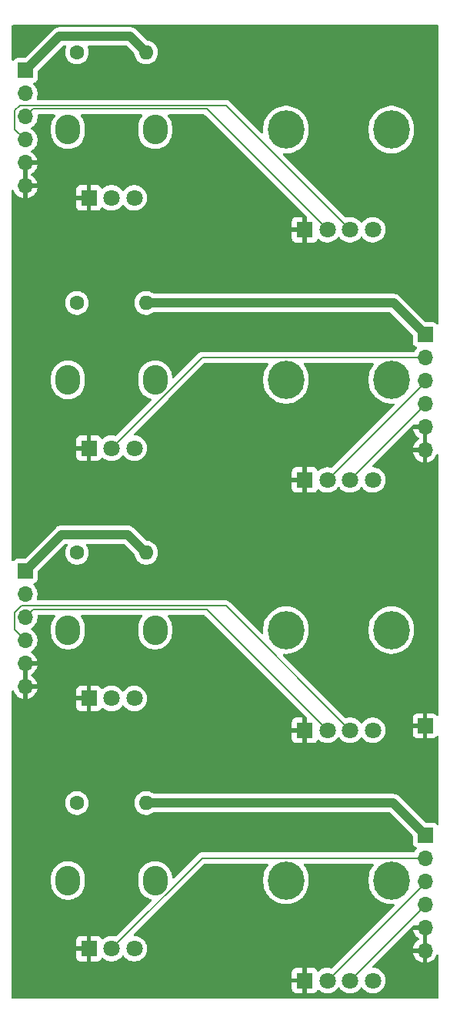
<source format=gtl>
%TF.GenerationSoftware,KiCad,Pcbnew,9.0.4*%
%TF.CreationDate,2025-10-04T20:25:53+02:00*%
%TF.ProjectId,DMH_VCA_Bank_PCB_2,444d485f-5643-4415-9f42-616e6b5f5043,1*%
%TF.SameCoordinates,Original*%
%TF.FileFunction,Copper,L1,Top*%
%TF.FilePolarity,Positive*%
%FSLAX46Y46*%
G04 Gerber Fmt 4.6, Leading zero omitted, Abs format (unit mm)*
G04 Created by KiCad (PCBNEW 9.0.4) date 2025-10-04 20:25:53*
%MOMM*%
%LPD*%
G01*
G04 APERTURE LIST*
%TA.AperFunction,ComponentPad*%
%ADD10O,4.000000X4.200000*%
%TD*%
%TA.AperFunction,ComponentPad*%
%ADD11C,1.800000*%
%TD*%
%TA.AperFunction,ComponentPad*%
%ADD12R,1.800000X1.800000*%
%TD*%
%TA.AperFunction,ComponentPad*%
%ADD13C,1.600000*%
%TD*%
%TA.AperFunction,ComponentPad*%
%ADD14O,1.600000X1.600000*%
%TD*%
%TA.AperFunction,ComponentPad*%
%ADD15O,2.720000X3.240000*%
%TD*%
%TA.AperFunction,ComponentPad*%
%ADD16R,1.700000X1.700000*%
%TD*%
%TA.AperFunction,ComponentPad*%
%ADD17O,1.700000X1.700000*%
%TD*%
%TA.AperFunction,Conductor*%
%ADD18C,1.000000*%
%TD*%
%TA.AperFunction,Conductor*%
%ADD19C,0.200000*%
%TD*%
G04 APERTURE END LIST*
D10*
%TO.P,RV7,*%
%TO.N,*%
X81700000Y-54500000D03*
D11*
X91250000Y-65500000D03*
D10*
X93300000Y-54500000D03*
D12*
%TO.P,RV7,1,1*%
%TO.N,GND*%
X83750000Y-65500000D03*
D11*
%TO.P,RV7,2,2*%
%TO.N,/Inputs and Outputs/CV Amt A Pot*%
X86250000Y-65500000D03*
%TO.P,RV7,3,3*%
%TO.N,/Inputs and Outputs/CV A Jack*%
X88750000Y-65500000D03*
%TD*%
D13*
%TO.P,R53,1*%
%TO.N,Net-(R53-Pad1)*%
X58690000Y-46000000D03*
D14*
%TO.P,R53,2*%
%TO.N,+12V*%
X66310000Y-46000000D03*
%TD*%
D10*
%TO.P,RV13,*%
%TO.N,*%
X81700000Y-137000000D03*
D11*
X91250000Y-148000000D03*
D10*
X93300000Y-137000000D03*
D12*
%TO.P,RV13,1,1*%
%TO.N,GND*%
X83750000Y-148000000D03*
D11*
%TO.P,RV13,2,2*%
%TO.N,/Inputs and Outputs/CV Amt D Pot*%
X86250000Y-148000000D03*
%TO.P,RV13,3,3*%
%TO.N,/Inputs and Outputs/CV D Jack*%
X88750000Y-148000000D03*
%TD*%
D13*
%TO.P,R56,1*%
%TO.N,Net-(R56-Pad1)*%
X58690000Y-128500000D03*
D14*
%TO.P,R56,2*%
%TO.N,+12V*%
X66310000Y-128500000D03*
%TD*%
D10*
%TO.P,RV9,*%
%TO.N,*%
X81700000Y-109500000D03*
D11*
X91250000Y-120500000D03*
D10*
X93300000Y-109500000D03*
D12*
%TO.P,RV9,1,1*%
%TO.N,GND*%
X83750000Y-120500000D03*
D11*
%TO.P,RV9,2,2*%
%TO.N,/Inputs and Outputs/CV Amt C Pot*%
X86250000Y-120500000D03*
%TO.P,RV9,3,3*%
%TO.N,/Inputs and Outputs/CV C Jack*%
X88750000Y-120500000D03*
%TD*%
D15*
%TO.P,RV5,*%
%TO.N,*%
X57700000Y-82000000D03*
X67300000Y-82000000D03*
D12*
%TO.P,RV5,1,1*%
%TO.N,GND*%
X60000000Y-89500000D03*
D11*
%TO.P,RV5,2,2*%
%TO.N,/Inputs and Outputs/Offset B Pot*%
X62500000Y-89500000D03*
%TO.P,RV5,3,3*%
%TO.N,Net-(R54-Pad1)*%
X65000000Y-89500000D03*
%TD*%
D16*
%TO.P,J0,1,Pin_1*%
%TO.N,GND*%
X97000000Y-120000000D03*
%TD*%
D15*
%TO.P,RV14,*%
%TO.N,*%
X57700000Y-137000000D03*
X67300000Y-137000000D03*
D12*
%TO.P,RV14,1,1*%
%TO.N,GND*%
X60000000Y-144500000D03*
D11*
%TO.P,RV14,2,2*%
%TO.N,/Inputs and Outputs/Offset D Pot*%
X62500000Y-144500000D03*
%TO.P,RV14,3,3*%
%TO.N,Net-(R56-Pad1)*%
X65000000Y-144500000D03*
%TD*%
D13*
%TO.P,R55,1*%
%TO.N,Net-(R55-Pad1)*%
X58690000Y-101000000D03*
D14*
%TO.P,R55,2*%
%TO.N,+12V*%
X66310000Y-101000000D03*
%TD*%
D10*
%TO.P,RV8,*%
%TO.N,*%
X81700000Y-82000000D03*
D11*
X91250000Y-93000000D03*
D10*
X93300000Y-82000000D03*
D12*
%TO.P,RV8,1,1*%
%TO.N,GND*%
X83750000Y-93000000D03*
D11*
%TO.P,RV8,2,2*%
%TO.N,/Inputs and Outputs/CV Amt B Pot*%
X86250000Y-93000000D03*
%TO.P,RV8,3,3*%
%TO.N,/Inputs and Outputs/CV B Jack*%
X88750000Y-93000000D03*
%TD*%
D15*
%TO.P,RV6,*%
%TO.N,*%
X57700000Y-109500000D03*
X67300000Y-109500000D03*
D12*
%TO.P,RV6,1,1*%
%TO.N,GND*%
X60000000Y-117000000D03*
D11*
%TO.P,RV6,2,2*%
%TO.N,/Inputs and Outputs/Offset C Pot*%
X62500000Y-117000000D03*
%TO.P,RV6,3,3*%
%TO.N,Net-(R55-Pad1)*%
X65000000Y-117000000D03*
%TD*%
D13*
%TO.P,R54,1*%
%TO.N,Net-(R54-Pad1)*%
X58690000Y-73550000D03*
D14*
%TO.P,R54,2*%
%TO.N,+12V*%
X66310000Y-73550000D03*
%TD*%
D15*
%TO.P,RV4,*%
%TO.N,*%
X57700000Y-54500000D03*
X67300000Y-54500000D03*
D12*
%TO.P,RV4,1,1*%
%TO.N,GND*%
X60000000Y-62000000D03*
D11*
%TO.P,RV4,2,2*%
%TO.N,/Inputs and Outputs/Offset A Pot*%
X62500000Y-62000000D03*
%TO.P,RV4,3,3*%
%TO.N,Net-(R53-Pad1)*%
X65000000Y-62000000D03*
%TD*%
D16*
%TO.P,J60,1,Pin_1*%
%TO.N,+12V*%
X97000000Y-77000000D03*
D17*
%TO.P,J60,2,Pin_2*%
%TO.N,/Inputs and Outputs/Offset B Pot*%
X97000000Y-79540000D03*
%TO.P,J60,3,Pin_3*%
%TO.N,/Inputs and Outputs/CV Amt B Pot*%
X97000000Y-82080000D03*
%TO.P,J60,4,Pin_4*%
%TO.N,/Inputs and Outputs/CV B Jack*%
X97000000Y-84620000D03*
%TO.P,J60,5,Pin_5*%
%TO.N,GND*%
X97000000Y-87160000D03*
%TO.P,J60,6,Pin_6*%
X97000000Y-89700000D03*
%TD*%
D16*
%TO.P,J70,1,Pin_1*%
%TO.N,+12V*%
X53000000Y-103000000D03*
D17*
%TO.P,J70,2,Pin_2*%
%TO.N,/Inputs and Outputs/Offset C Pot*%
X53000000Y-105540000D03*
%TO.P,J70,3,Pin_3*%
%TO.N,/Inputs and Outputs/CV Amt C Pot*%
X53000000Y-108080000D03*
%TO.P,J70,4,Pin_4*%
%TO.N,/Inputs and Outputs/CV C Jack*%
X53000000Y-110620000D03*
%TO.P,J70,5,Pin_5*%
%TO.N,GND*%
X53000000Y-113160000D03*
%TO.P,J70,6,Pin_6*%
X53000000Y-115700000D03*
%TD*%
D16*
%TO.P,J50,1,Pin_1*%
%TO.N,+12V*%
X53000000Y-48000000D03*
D17*
%TO.P,J50,2,Pin_2*%
%TO.N,/Inputs and Outputs/Offset A Pot*%
X53000000Y-50540000D03*
%TO.P,J50,3,Pin_3*%
%TO.N,/Inputs and Outputs/CV Amt A Pot*%
X53000000Y-53080000D03*
%TO.P,J50,4,Pin_4*%
%TO.N,/Inputs and Outputs/CV A Jack*%
X53000000Y-55620000D03*
%TO.P,J50,5,Pin_5*%
%TO.N,GND*%
X53000000Y-58160000D03*
%TO.P,J50,6,Pin_6*%
X53000000Y-60700000D03*
%TD*%
D16*
%TO.P,J80,1,Pin_1*%
%TO.N,+12V*%
X97000000Y-132000000D03*
D17*
%TO.P,J80,2,Pin_2*%
%TO.N,/Inputs and Outputs/Offset D Pot*%
X97000000Y-134540000D03*
%TO.P,J80,3,Pin_3*%
%TO.N,/Inputs and Outputs/CV Amt D Pot*%
X97000000Y-137080000D03*
%TO.P,J80,4,Pin_4*%
%TO.N,/Inputs and Outputs/CV D Jack*%
X97000000Y-139620000D03*
%TO.P,J80,5,Pin_5*%
%TO.N,GND*%
X97000000Y-142160000D03*
%TO.P,J80,6,Pin_6*%
X97000000Y-144700000D03*
%TD*%
D18*
%TO.N,+12V*%
X56750000Y-44250000D02*
X64560000Y-44250000D01*
X93500000Y-128500000D02*
X97000000Y-132000000D01*
X66310000Y-73550000D02*
X93550000Y-73550000D01*
X53000000Y-103000000D02*
X57000000Y-99000000D01*
X53000000Y-48000000D02*
X56750000Y-44250000D01*
X66250000Y-101000000D02*
X66310000Y-101000000D01*
X93550000Y-73550000D02*
X97000000Y-77000000D01*
X64250000Y-99000000D02*
X66250000Y-101000000D01*
X57000000Y-99000000D02*
X64250000Y-99000000D01*
X66310000Y-128500000D02*
X93500000Y-128500000D01*
X64560000Y-44250000D02*
X66310000Y-46000000D01*
D19*
%TO.N,/Inputs and Outputs/CV Amt D Pot*%
X97000000Y-137250000D02*
X97000000Y-137080000D01*
X86250000Y-148000000D02*
X97000000Y-137250000D01*
%TO.N,/Inputs and Outputs/Offset D Pot*%
X72460000Y-134540000D02*
X97000000Y-134540000D01*
X62500000Y-144500000D02*
X72460000Y-134540000D01*
%TO.N,/Inputs and Outputs/CV D Jack*%
X97000000Y-139750000D02*
X97000000Y-139620000D01*
X88750000Y-148000000D02*
X97000000Y-139750000D01*
%TO.N,/Inputs and Outputs/CV A Jack*%
X51849000Y-54469000D02*
X51849000Y-52365240D01*
X52385240Y-51829000D02*
X75079000Y-51829000D01*
X53000000Y-55620000D02*
X51849000Y-54469000D01*
X75079000Y-51829000D02*
X88750000Y-65500000D01*
X51849000Y-52365240D02*
X52385240Y-51829000D01*
%TO.N,/Inputs and Outputs/CV B Jack*%
X97000000Y-84750000D02*
X97000000Y-84620000D01*
X88750000Y-93000000D02*
X97000000Y-84750000D01*
%TO.N,/Inputs and Outputs/CV C Jack*%
X51849000Y-107603240D02*
X52623240Y-106829000D01*
X51849000Y-109469000D02*
X51849000Y-107603240D01*
X52623240Y-106829000D02*
X75079000Y-106829000D01*
X53000000Y-110620000D02*
X51849000Y-109469000D01*
X75079000Y-106829000D02*
X88750000Y-120500000D01*
%TO.N,/Inputs and Outputs/Offset B Pot*%
X72460000Y-79540000D02*
X97000000Y-79540000D01*
X62500000Y-89500000D02*
X72460000Y-79540000D01*
%TO.N,/Inputs and Outputs/CV Amt A Pot*%
X72980000Y-52230000D02*
X86250000Y-65500000D01*
X53850000Y-52230000D02*
X72980000Y-52230000D01*
X53000000Y-53080000D02*
X53850000Y-52230000D01*
%TO.N,/Inputs and Outputs/CV Amt B Pot*%
X97000000Y-82250000D02*
X97000000Y-82080000D01*
X86250000Y-93000000D02*
X97000000Y-82250000D01*
%TO.N,/Inputs and Outputs/CV Amt C Pot*%
X53850000Y-107230000D02*
X72980000Y-107230000D01*
X72980000Y-107230000D02*
X86250000Y-120500000D01*
X53000000Y-108080000D02*
X53850000Y-107230000D01*
%TD*%
%TA.AperFunction,Conductor*%
%TO.N,GND*%
G36*
X98442539Y-43020185D02*
G01*
X98488294Y-43072989D01*
X98499500Y-43124500D01*
X98499500Y-75809897D01*
X98479815Y-75876936D01*
X98427011Y-75922691D01*
X98357853Y-75932635D01*
X98294297Y-75903610D01*
X98276234Y-75884208D01*
X98207547Y-75792455D01*
X98207544Y-75792452D01*
X98092335Y-75706206D01*
X98092328Y-75706202D01*
X97957482Y-75655908D01*
X97957483Y-75655908D01*
X97897883Y-75649501D01*
X97897881Y-75649500D01*
X97897873Y-75649500D01*
X97897865Y-75649500D01*
X97115782Y-75649500D01*
X97048743Y-75629815D01*
X97028101Y-75613181D01*
X94331479Y-72916559D01*
X94331459Y-72916537D01*
X94187785Y-72772863D01*
X94187781Y-72772860D01*
X94023920Y-72663371D01*
X94023911Y-72663366D01*
X93951315Y-72633296D01*
X93895165Y-72610038D01*
X93841836Y-72587949D01*
X93841832Y-72587948D01*
X93841828Y-72587946D01*
X93745188Y-72568724D01*
X93648544Y-72549500D01*
X93648541Y-72549500D01*
X67185762Y-72549500D01*
X67118723Y-72529815D01*
X67112877Y-72525818D01*
X66991613Y-72437715D01*
X66991612Y-72437714D01*
X66991610Y-72437713D01*
X66934653Y-72408691D01*
X66809223Y-72344781D01*
X66614534Y-72281522D01*
X66439995Y-72253878D01*
X66412352Y-72249500D01*
X66207648Y-72249500D01*
X66183329Y-72253351D01*
X66005465Y-72281522D01*
X65810776Y-72344781D01*
X65628386Y-72437715D01*
X65462786Y-72558028D01*
X65318028Y-72702786D01*
X65197715Y-72868386D01*
X65104781Y-73050776D01*
X65041522Y-73245465D01*
X65009500Y-73447648D01*
X65009500Y-73652351D01*
X65041522Y-73854534D01*
X65104781Y-74049223D01*
X65197715Y-74231613D01*
X65318028Y-74397213D01*
X65462786Y-74541971D01*
X65617749Y-74654556D01*
X65628390Y-74662287D01*
X65744607Y-74721503D01*
X65810776Y-74755218D01*
X65810778Y-74755218D01*
X65810781Y-74755220D01*
X65915137Y-74789127D01*
X66005465Y-74818477D01*
X66106557Y-74834488D01*
X66207648Y-74850500D01*
X66207649Y-74850500D01*
X66412351Y-74850500D01*
X66412352Y-74850500D01*
X66614534Y-74818477D01*
X66809219Y-74755220D01*
X66991610Y-74662287D01*
X67112877Y-74574181D01*
X67178683Y-74550702D01*
X67185762Y-74550500D01*
X93084218Y-74550500D01*
X93151257Y-74570185D01*
X93171899Y-74586819D01*
X95613181Y-77028101D01*
X95646666Y-77089424D01*
X95649500Y-77115782D01*
X95649500Y-77897870D01*
X95649501Y-77897876D01*
X95655908Y-77957483D01*
X95706202Y-78092328D01*
X95706206Y-78092335D01*
X95792452Y-78207544D01*
X95792455Y-78207547D01*
X95907664Y-78293793D01*
X95907671Y-78293797D01*
X96039082Y-78342810D01*
X96095016Y-78384681D01*
X96119433Y-78450145D01*
X96104582Y-78518418D01*
X96083431Y-78546673D01*
X95969889Y-78660215D01*
X95844948Y-78832184D01*
X95844947Y-78832185D01*
X95824765Y-78871795D01*
X95776791Y-78922591D01*
X95714281Y-78939500D01*
X72539057Y-78939500D01*
X72380943Y-78939500D01*
X72228215Y-78980423D01*
X72228214Y-78980423D01*
X72228212Y-78980424D01*
X72228209Y-78980425D01*
X72178096Y-79009359D01*
X72178095Y-79009360D01*
X72134689Y-79034420D01*
X72091285Y-79059479D01*
X72091282Y-79059481D01*
X69372181Y-81778583D01*
X69310858Y-81812068D01*
X69241166Y-81807084D01*
X69185233Y-81765212D01*
X69160816Y-81699748D01*
X69160500Y-81690902D01*
X69160500Y-81618062D01*
X69160499Y-81618048D01*
X69150457Y-81541773D01*
X69128666Y-81376256D01*
X69065544Y-81140679D01*
X68972212Y-80915356D01*
X68972210Y-80915353D01*
X68972208Y-80915348D01*
X68850272Y-80704151D01*
X68850268Y-80704144D01*
X68701799Y-80510655D01*
X68701794Y-80510649D01*
X68529350Y-80338205D01*
X68529343Y-80338199D01*
X68335864Y-80189738D01*
X68335862Y-80189736D01*
X68335856Y-80189732D01*
X68335851Y-80189729D01*
X68335848Y-80189727D01*
X68124651Y-80067791D01*
X68124640Y-80067786D01*
X67899330Y-79974459D01*
X67899323Y-79974457D01*
X67899321Y-79974456D01*
X67663744Y-79911334D01*
X67623333Y-79906013D01*
X67421951Y-79879500D01*
X67421944Y-79879500D01*
X67178056Y-79879500D01*
X67178048Y-79879500D01*
X66947896Y-79909801D01*
X66936256Y-79911334D01*
X66773164Y-79955034D01*
X66700679Y-79974456D01*
X66700669Y-79974459D01*
X66475359Y-80067786D01*
X66475348Y-80067791D01*
X66264151Y-80189727D01*
X66264135Y-80189738D01*
X66070656Y-80338199D01*
X66070649Y-80338205D01*
X65898205Y-80510649D01*
X65898199Y-80510656D01*
X65749738Y-80704135D01*
X65749727Y-80704151D01*
X65627791Y-80915348D01*
X65627786Y-80915359D01*
X65534459Y-81140669D01*
X65534456Y-81140679D01*
X65472427Y-81372179D01*
X65471335Y-81376253D01*
X65471333Y-81376264D01*
X65439500Y-81618048D01*
X65439500Y-82381951D01*
X65462177Y-82554193D01*
X65471334Y-82623744D01*
X65516771Y-82793318D01*
X65534456Y-82859320D01*
X65534459Y-82859330D01*
X65627786Y-83084640D01*
X65627791Y-83084651D01*
X65749727Y-83295848D01*
X65749738Y-83295864D01*
X65898199Y-83489343D01*
X65898205Y-83489350D01*
X66070649Y-83661794D01*
X66070655Y-83661799D01*
X66264144Y-83810268D01*
X66264151Y-83810272D01*
X66475348Y-83932208D01*
X66475353Y-83932210D01*
X66475356Y-83932212D01*
X66700679Y-84025544D01*
X66828051Y-84059672D01*
X66887708Y-84096035D01*
X66918238Y-84158882D01*
X66909944Y-84228258D01*
X66883636Y-84267127D01*
X63024202Y-88126561D01*
X62962879Y-88160046D01*
X62898203Y-88156811D01*
X62873584Y-88148812D01*
X62827952Y-88133985D01*
X62719086Y-88116742D01*
X62610222Y-88099500D01*
X62389778Y-88099500D01*
X62317201Y-88110995D01*
X62172047Y-88133985D01*
X61962396Y-88202103D01*
X61962393Y-88202104D01*
X61765974Y-88302187D01*
X61587641Y-88431752D01*
X61587635Y-88431757D01*
X61566207Y-88453185D01*
X61504884Y-88486669D01*
X61435192Y-88481683D01*
X61379259Y-88439810D01*
X61362346Y-88408834D01*
X61343355Y-88357915D01*
X61343350Y-88357906D01*
X61257190Y-88242812D01*
X61257187Y-88242809D01*
X61142093Y-88156649D01*
X61142086Y-88156645D01*
X61007379Y-88106403D01*
X61007372Y-88106401D01*
X60947844Y-88100000D01*
X60250000Y-88100000D01*
X60250000Y-89066988D01*
X60192993Y-89034075D01*
X60065826Y-89000000D01*
X59934174Y-89000000D01*
X59807007Y-89034075D01*
X59750000Y-89066988D01*
X59750000Y-88100000D01*
X59052155Y-88100000D01*
X58992627Y-88106401D01*
X58992620Y-88106403D01*
X58857913Y-88156645D01*
X58857906Y-88156649D01*
X58742812Y-88242809D01*
X58742809Y-88242812D01*
X58656649Y-88357906D01*
X58656645Y-88357913D01*
X58606403Y-88492620D01*
X58606401Y-88492627D01*
X58600000Y-88552155D01*
X58600000Y-89250000D01*
X59566988Y-89250000D01*
X59534075Y-89307007D01*
X59500000Y-89434174D01*
X59500000Y-89565826D01*
X59534075Y-89692993D01*
X59566988Y-89750000D01*
X58600000Y-89750000D01*
X58600000Y-90447844D01*
X58606401Y-90507372D01*
X58606403Y-90507379D01*
X58656645Y-90642086D01*
X58656649Y-90642093D01*
X58742809Y-90757187D01*
X58742812Y-90757190D01*
X58857906Y-90843350D01*
X58857913Y-90843354D01*
X58992620Y-90893596D01*
X58992627Y-90893598D01*
X59052155Y-90899999D01*
X59052172Y-90900000D01*
X59750000Y-90900000D01*
X59750000Y-89933012D01*
X59807007Y-89965925D01*
X59934174Y-90000000D01*
X60065826Y-90000000D01*
X60192993Y-89965925D01*
X60250000Y-89933012D01*
X60250000Y-90900000D01*
X60947828Y-90900000D01*
X60947844Y-90899999D01*
X61007372Y-90893598D01*
X61007379Y-90893596D01*
X61142086Y-90843354D01*
X61142093Y-90843350D01*
X61257187Y-90757190D01*
X61257190Y-90757187D01*
X61343350Y-90642093D01*
X61343353Y-90642088D01*
X61362345Y-90591166D01*
X61404215Y-90535232D01*
X61469679Y-90510813D01*
X61537952Y-90525663D01*
X61566209Y-90546816D01*
X61587636Y-90568243D01*
X61587641Y-90568247D01*
X61743192Y-90681260D01*
X61765978Y-90697815D01*
X61882501Y-90757187D01*
X61962393Y-90797895D01*
X61962396Y-90797896D01*
X62067221Y-90831955D01*
X62172049Y-90866015D01*
X62389778Y-90900500D01*
X62389779Y-90900500D01*
X62610221Y-90900500D01*
X62610222Y-90900500D01*
X62827951Y-90866015D01*
X63037606Y-90797895D01*
X63234022Y-90697815D01*
X63412365Y-90568242D01*
X63568242Y-90412365D01*
X63649682Y-90300270D01*
X63705011Y-90257606D01*
X63774624Y-90251627D01*
X63836420Y-90284232D01*
X63850313Y-90300265D01*
X63928265Y-90407557D01*
X63931758Y-90412365D01*
X64087636Y-90568243D01*
X64087641Y-90568247D01*
X64243192Y-90681260D01*
X64265978Y-90697815D01*
X64382501Y-90757187D01*
X64462393Y-90797895D01*
X64462396Y-90797896D01*
X64567221Y-90831955D01*
X64672049Y-90866015D01*
X64889778Y-90900500D01*
X64889779Y-90900500D01*
X65110221Y-90900500D01*
X65110222Y-90900500D01*
X65327951Y-90866015D01*
X65537606Y-90797895D01*
X65734022Y-90697815D01*
X65912365Y-90568242D01*
X66068242Y-90412365D01*
X66197815Y-90234022D01*
X66297895Y-90037606D01*
X66366015Y-89827951D01*
X66400500Y-89610222D01*
X66400500Y-89389778D01*
X66366015Y-89172049D01*
X66297895Y-88962394D01*
X66297895Y-88962393D01*
X66263237Y-88894375D01*
X66197815Y-88765978D01*
X66128281Y-88670272D01*
X66068247Y-88587641D01*
X66068243Y-88587636D01*
X65912363Y-88431756D01*
X65912358Y-88431752D01*
X65734025Y-88302187D01*
X65734024Y-88302186D01*
X65734022Y-88302185D01*
X65671096Y-88270122D01*
X65537606Y-88202104D01*
X65537603Y-88202103D01*
X65327952Y-88133985D01*
X65219086Y-88116742D01*
X65110222Y-88099500D01*
X65049096Y-88099500D01*
X64982057Y-88079815D01*
X64936302Y-88027011D01*
X64926358Y-87957853D01*
X64955383Y-87894297D01*
X64961415Y-87887819D01*
X68728735Y-84120500D01*
X72672416Y-80176819D01*
X72733739Y-80143334D01*
X72760097Y-80140500D01*
X79647406Y-80140500D01*
X79714445Y-80160185D01*
X79760200Y-80212989D01*
X79770144Y-80282147D01*
X79744353Y-80341813D01*
X79657476Y-80450753D01*
X79508053Y-80688557D01*
X79386200Y-80941588D01*
X79293443Y-81206670D01*
X79293439Y-81206682D01*
X79230945Y-81480487D01*
X79230942Y-81480505D01*
X79199500Y-81759568D01*
X79199500Y-82240431D01*
X79230942Y-82519494D01*
X79230945Y-82519512D01*
X79293439Y-82793317D01*
X79293443Y-82793329D01*
X79386200Y-83058411D01*
X79508053Y-83311442D01*
X79532281Y-83350000D01*
X79657477Y-83549248D01*
X79832584Y-83768825D01*
X80031175Y-83967416D01*
X80250752Y-84142523D01*
X80488555Y-84291945D01*
X80741592Y-84413801D01*
X80940680Y-84483465D01*
X81006670Y-84506556D01*
X81006682Y-84506560D01*
X81280491Y-84569055D01*
X81280497Y-84569055D01*
X81280505Y-84569057D01*
X81466547Y-84590018D01*
X81559569Y-84600499D01*
X81559572Y-84600500D01*
X81559575Y-84600500D01*
X81840428Y-84600500D01*
X81840429Y-84600499D01*
X81983055Y-84584429D01*
X82119494Y-84569057D01*
X82119499Y-84569056D01*
X82119509Y-84569055D01*
X82393318Y-84506560D01*
X82658408Y-84413801D01*
X82911445Y-84291945D01*
X83149248Y-84142523D01*
X83368825Y-83967416D01*
X83567416Y-83768825D01*
X83742523Y-83549248D01*
X83891945Y-83311445D01*
X84013801Y-83058408D01*
X84106560Y-82793318D01*
X84169055Y-82519509D01*
X84200500Y-82240425D01*
X84200500Y-81759575D01*
X84186519Y-81635486D01*
X84169057Y-81480505D01*
X84169054Y-81480487D01*
X84144333Y-81372179D01*
X84106560Y-81206682D01*
X84104296Y-81200213D01*
X84051696Y-81049890D01*
X84013801Y-80941592D01*
X83891945Y-80688555D01*
X83742523Y-80450752D01*
X83655647Y-80341813D01*
X83629238Y-80277126D01*
X83641995Y-80208431D01*
X83689865Y-80157537D01*
X83752594Y-80140500D01*
X91247406Y-80140500D01*
X91314445Y-80160185D01*
X91360200Y-80212989D01*
X91370144Y-80282147D01*
X91344353Y-80341813D01*
X91257476Y-80450753D01*
X91108053Y-80688557D01*
X90986200Y-80941588D01*
X90893443Y-81206670D01*
X90893439Y-81206682D01*
X90830945Y-81480487D01*
X90830942Y-81480505D01*
X90799500Y-81759568D01*
X90799500Y-82240431D01*
X90830942Y-82519494D01*
X90830945Y-82519512D01*
X90893439Y-82793317D01*
X90893443Y-82793329D01*
X90986200Y-83058411D01*
X91108053Y-83311442D01*
X91132281Y-83350000D01*
X91257477Y-83549248D01*
X91432584Y-83768825D01*
X91631175Y-83967416D01*
X91850752Y-84142523D01*
X92088555Y-84291945D01*
X92341592Y-84413801D01*
X92540680Y-84483465D01*
X92606670Y-84506556D01*
X92606682Y-84506560D01*
X92880491Y-84569055D01*
X92880497Y-84569055D01*
X92880505Y-84569057D01*
X93066547Y-84590018D01*
X93159569Y-84600499D01*
X93159572Y-84600500D01*
X93159575Y-84600500D01*
X93440428Y-84600500D01*
X93440428Y-84600499D01*
X93485822Y-84595384D01*
X93493811Y-84594485D01*
X93562633Y-84606539D01*
X93614012Y-84653888D01*
X93631637Y-84721498D01*
X93609911Y-84787904D01*
X93595376Y-84805386D01*
X86774202Y-91626561D01*
X86712879Y-91660046D01*
X86648203Y-91656811D01*
X86623584Y-91648812D01*
X86577952Y-91633985D01*
X86469086Y-91616742D01*
X86360222Y-91599500D01*
X86139778Y-91599500D01*
X86067201Y-91610995D01*
X85922047Y-91633985D01*
X85712396Y-91702103D01*
X85712393Y-91702104D01*
X85515974Y-91802187D01*
X85337641Y-91931752D01*
X85337635Y-91931757D01*
X85316207Y-91953185D01*
X85254884Y-91986669D01*
X85185192Y-91981683D01*
X85129259Y-91939810D01*
X85112346Y-91908834D01*
X85093355Y-91857915D01*
X85093350Y-91857906D01*
X85007190Y-91742812D01*
X85007187Y-91742809D01*
X84892093Y-91656649D01*
X84892086Y-91656645D01*
X84757379Y-91606403D01*
X84757372Y-91606401D01*
X84697844Y-91600000D01*
X84000000Y-91600000D01*
X84000000Y-92566988D01*
X83942993Y-92534075D01*
X83815826Y-92500000D01*
X83684174Y-92500000D01*
X83557007Y-92534075D01*
X83500000Y-92566988D01*
X83500000Y-91600000D01*
X82802155Y-91600000D01*
X82742627Y-91606401D01*
X82742620Y-91606403D01*
X82607913Y-91656645D01*
X82607906Y-91656649D01*
X82492812Y-91742809D01*
X82492809Y-91742812D01*
X82406649Y-91857906D01*
X82406645Y-91857913D01*
X82356403Y-91992620D01*
X82356401Y-91992627D01*
X82350000Y-92052155D01*
X82350000Y-92750000D01*
X83316988Y-92750000D01*
X83284075Y-92807007D01*
X83250000Y-92934174D01*
X83250000Y-93065826D01*
X83284075Y-93192993D01*
X83316988Y-93250000D01*
X82350000Y-93250000D01*
X82350000Y-93947844D01*
X82356401Y-94007372D01*
X82356403Y-94007379D01*
X82406645Y-94142086D01*
X82406649Y-94142093D01*
X82492809Y-94257187D01*
X82492812Y-94257190D01*
X82607906Y-94343350D01*
X82607913Y-94343354D01*
X82742620Y-94393596D01*
X82742627Y-94393598D01*
X82802155Y-94399999D01*
X82802172Y-94400000D01*
X83500000Y-94400000D01*
X83500000Y-93433012D01*
X83557007Y-93465925D01*
X83684174Y-93500000D01*
X83815826Y-93500000D01*
X83942993Y-93465925D01*
X84000000Y-93433012D01*
X84000000Y-94400000D01*
X84697828Y-94400000D01*
X84697844Y-94399999D01*
X84757372Y-94393598D01*
X84757379Y-94393596D01*
X84892086Y-94343354D01*
X84892093Y-94343350D01*
X85007187Y-94257190D01*
X85007190Y-94257187D01*
X85093350Y-94142093D01*
X85093353Y-94142088D01*
X85112345Y-94091166D01*
X85154215Y-94035232D01*
X85219679Y-94010813D01*
X85287952Y-94025663D01*
X85316209Y-94046816D01*
X85337636Y-94068243D01*
X85337641Y-94068247D01*
X85493192Y-94181260D01*
X85515978Y-94197815D01*
X85632501Y-94257187D01*
X85712393Y-94297895D01*
X85712396Y-94297896D01*
X85817221Y-94331955D01*
X85922049Y-94366015D01*
X86139778Y-94400500D01*
X86139779Y-94400500D01*
X86360221Y-94400500D01*
X86360222Y-94400500D01*
X86577951Y-94366015D01*
X86787606Y-94297895D01*
X86984022Y-94197815D01*
X87162365Y-94068242D01*
X87318242Y-93912365D01*
X87399682Y-93800270D01*
X87455011Y-93757606D01*
X87524624Y-93751627D01*
X87586420Y-93784232D01*
X87600313Y-93800265D01*
X87681753Y-93912358D01*
X87681758Y-93912365D01*
X87837636Y-94068243D01*
X87837641Y-94068247D01*
X87993192Y-94181260D01*
X88015978Y-94197815D01*
X88132501Y-94257187D01*
X88212393Y-94297895D01*
X88212396Y-94297896D01*
X88317221Y-94331955D01*
X88422049Y-94366015D01*
X88639778Y-94400500D01*
X88639779Y-94400500D01*
X88860221Y-94400500D01*
X88860222Y-94400500D01*
X89077951Y-94366015D01*
X89287606Y-94297895D01*
X89484022Y-94197815D01*
X89662365Y-94068242D01*
X89818242Y-93912365D01*
X89899682Y-93800270D01*
X89955011Y-93757606D01*
X90024624Y-93751627D01*
X90086420Y-93784232D01*
X90100313Y-93800265D01*
X90181753Y-93912358D01*
X90181758Y-93912365D01*
X90337636Y-94068243D01*
X90337641Y-94068247D01*
X90493192Y-94181260D01*
X90515978Y-94197815D01*
X90632501Y-94257187D01*
X90712393Y-94297895D01*
X90712396Y-94297896D01*
X90817221Y-94331955D01*
X90922049Y-94366015D01*
X91139778Y-94400500D01*
X91139779Y-94400500D01*
X91360221Y-94400500D01*
X91360222Y-94400500D01*
X91577951Y-94366015D01*
X91787606Y-94297895D01*
X91984022Y-94197815D01*
X92162365Y-94068242D01*
X92318242Y-93912365D01*
X92447815Y-93734022D01*
X92547895Y-93537606D01*
X92616015Y-93327951D01*
X92650500Y-93110222D01*
X92650500Y-92889778D01*
X92616015Y-92672049D01*
X92547895Y-92462394D01*
X92547895Y-92462393D01*
X92513237Y-92394375D01*
X92447815Y-92265978D01*
X92431260Y-92243192D01*
X92318247Y-92087641D01*
X92318243Y-92087636D01*
X92162363Y-91931756D01*
X92162358Y-91931752D01*
X91984025Y-91802187D01*
X91984024Y-91802186D01*
X91984022Y-91802185D01*
X91921096Y-91770122D01*
X91787606Y-91702104D01*
X91787603Y-91702103D01*
X91577952Y-91633985D01*
X91469086Y-91616742D01*
X91360222Y-91599500D01*
X91299096Y-91599500D01*
X91232057Y-91579815D01*
X91186302Y-91527011D01*
X91176358Y-91457853D01*
X91205383Y-91394297D01*
X91211415Y-91387819D01*
X95652915Y-86946319D01*
X95714238Y-86912834D01*
X95740596Y-86910000D01*
X96566988Y-86910000D01*
X96534075Y-86967007D01*
X96500000Y-87094174D01*
X96500000Y-87225826D01*
X96534075Y-87352993D01*
X96566988Y-87410000D01*
X95672769Y-87410000D01*
X95683242Y-87476126D01*
X95683242Y-87476129D01*
X95748904Y-87678217D01*
X95845379Y-87867557D01*
X95970272Y-88039459D01*
X95970276Y-88039464D01*
X96120535Y-88189723D01*
X96120540Y-88189727D01*
X96292444Y-88314622D01*
X96302048Y-88319516D01*
X96352844Y-88367491D01*
X96369638Y-88435312D01*
X96347100Y-88501447D01*
X96302048Y-88540484D01*
X96292444Y-88545377D01*
X96120540Y-88670272D01*
X96120535Y-88670276D01*
X95970276Y-88820535D01*
X95970272Y-88820540D01*
X95845379Y-88992442D01*
X95748904Y-89181782D01*
X95683242Y-89383870D01*
X95683242Y-89383873D01*
X95672769Y-89450000D01*
X96566988Y-89450000D01*
X96534075Y-89507007D01*
X96500000Y-89634174D01*
X96500000Y-89765826D01*
X96534075Y-89892993D01*
X96566988Y-89950000D01*
X95672769Y-89950000D01*
X95683242Y-90016126D01*
X95683242Y-90016129D01*
X95748904Y-90218217D01*
X95845379Y-90407557D01*
X95970272Y-90579459D01*
X95970276Y-90579464D01*
X96120535Y-90729723D01*
X96120540Y-90729727D01*
X96292442Y-90854620D01*
X96481782Y-90951095D01*
X96683871Y-91016757D01*
X96750000Y-91027231D01*
X96750000Y-90133012D01*
X96807007Y-90165925D01*
X96934174Y-90200000D01*
X97065826Y-90200000D01*
X97192993Y-90165925D01*
X97250000Y-90133012D01*
X97250000Y-91027230D01*
X97316126Y-91016757D01*
X97316129Y-91016757D01*
X97518217Y-90951095D01*
X97707557Y-90854620D01*
X97879459Y-90729727D01*
X97879464Y-90729723D01*
X98029723Y-90579464D01*
X98029727Y-90579459D01*
X98154620Y-90407557D01*
X98251093Y-90218221D01*
X98257568Y-90198294D01*
X98297005Y-90140618D01*
X98361363Y-90113419D01*
X98430210Y-90125333D01*
X98481686Y-90172576D01*
X98499500Y-90236611D01*
X98499500Y-118810730D01*
X98479815Y-118877769D01*
X98427011Y-118923524D01*
X98357853Y-118933468D01*
X98294297Y-118904443D01*
X98276234Y-118885042D01*
X98207187Y-118792809D01*
X98092093Y-118706649D01*
X98092086Y-118706645D01*
X97957379Y-118656403D01*
X97957372Y-118656401D01*
X97897844Y-118650000D01*
X97250000Y-118650000D01*
X97250000Y-119566988D01*
X97192993Y-119534075D01*
X97065826Y-119500000D01*
X96934174Y-119500000D01*
X96807007Y-119534075D01*
X96750000Y-119566988D01*
X96750000Y-118650000D01*
X96102155Y-118650000D01*
X96042627Y-118656401D01*
X96042620Y-118656403D01*
X95907913Y-118706645D01*
X95907906Y-118706649D01*
X95792812Y-118792809D01*
X95792809Y-118792812D01*
X95706649Y-118907906D01*
X95706645Y-118907913D01*
X95656403Y-119042620D01*
X95656401Y-119042627D01*
X95650000Y-119102155D01*
X95650000Y-119750000D01*
X96566988Y-119750000D01*
X96534075Y-119807007D01*
X96500000Y-119934174D01*
X96500000Y-120065826D01*
X96534075Y-120192993D01*
X96566988Y-120250000D01*
X95650000Y-120250000D01*
X95650000Y-120897844D01*
X95656401Y-120957372D01*
X95656403Y-120957379D01*
X95706645Y-121092086D01*
X95706649Y-121092093D01*
X95792809Y-121207187D01*
X95792812Y-121207190D01*
X95907906Y-121293350D01*
X95907913Y-121293354D01*
X96042620Y-121343596D01*
X96042627Y-121343598D01*
X96102155Y-121349999D01*
X96102172Y-121350000D01*
X96750000Y-121350000D01*
X96750000Y-120433012D01*
X96807007Y-120465925D01*
X96934174Y-120500000D01*
X97065826Y-120500000D01*
X97192993Y-120465925D01*
X97250000Y-120433012D01*
X97250000Y-121350000D01*
X97897828Y-121350000D01*
X97897844Y-121349999D01*
X97957372Y-121343598D01*
X97957379Y-121343596D01*
X98092086Y-121293354D01*
X98092093Y-121293350D01*
X98207187Y-121207190D01*
X98207190Y-121207187D01*
X98276234Y-121114958D01*
X98332168Y-121073087D01*
X98401859Y-121068103D01*
X98463182Y-121101589D01*
X98496666Y-121162912D01*
X98499500Y-121189269D01*
X98499500Y-130809897D01*
X98479815Y-130876936D01*
X98427011Y-130922691D01*
X98357853Y-130932635D01*
X98294297Y-130903610D01*
X98276234Y-130884208D01*
X98207547Y-130792455D01*
X98207544Y-130792452D01*
X98092335Y-130706206D01*
X98092328Y-130706202D01*
X97957482Y-130655908D01*
X97957483Y-130655908D01*
X97897883Y-130649501D01*
X97897881Y-130649500D01*
X97897873Y-130649500D01*
X97897865Y-130649500D01*
X97115783Y-130649500D01*
X97048744Y-130629815D01*
X97028102Y-130613181D01*
X94284209Y-127869289D01*
X94284206Y-127869285D01*
X94284206Y-127869286D01*
X94277139Y-127862219D01*
X94277139Y-127862218D01*
X94137782Y-127722861D01*
X94137781Y-127722860D01*
X94137780Y-127722859D01*
X93973920Y-127613371D01*
X93973911Y-127613366D01*
X93901315Y-127583296D01*
X93845165Y-127560038D01*
X93791836Y-127537949D01*
X93791832Y-127537948D01*
X93791828Y-127537946D01*
X93695188Y-127518724D01*
X93598544Y-127499500D01*
X93598541Y-127499500D01*
X67185762Y-127499500D01*
X67118723Y-127479815D01*
X67112877Y-127475818D01*
X66991613Y-127387715D01*
X66991612Y-127387714D01*
X66991610Y-127387713D01*
X66934653Y-127358691D01*
X66809223Y-127294781D01*
X66614534Y-127231522D01*
X66439995Y-127203878D01*
X66412352Y-127199500D01*
X66207648Y-127199500D01*
X66183329Y-127203351D01*
X66005465Y-127231522D01*
X65810776Y-127294781D01*
X65628386Y-127387715D01*
X65462786Y-127508028D01*
X65318028Y-127652786D01*
X65197715Y-127818386D01*
X65104781Y-128000776D01*
X65041522Y-128195465D01*
X65009500Y-128397648D01*
X65009500Y-128602351D01*
X65041522Y-128804534D01*
X65104781Y-128999223D01*
X65197715Y-129181613D01*
X65318028Y-129347213D01*
X65462786Y-129491971D01*
X65617749Y-129604556D01*
X65628390Y-129612287D01*
X65744607Y-129671503D01*
X65810776Y-129705218D01*
X65810778Y-129705218D01*
X65810781Y-129705220D01*
X65915137Y-129739127D01*
X66005465Y-129768477D01*
X66106557Y-129784488D01*
X66207648Y-129800500D01*
X66207649Y-129800500D01*
X66412351Y-129800500D01*
X66412352Y-129800500D01*
X66614534Y-129768477D01*
X66809219Y-129705220D01*
X66991610Y-129612287D01*
X67112877Y-129524181D01*
X67178683Y-129500702D01*
X67185762Y-129500500D01*
X93034218Y-129500500D01*
X93101257Y-129520185D01*
X93121899Y-129536819D01*
X95613181Y-132028102D01*
X95646666Y-132089425D01*
X95649500Y-132115783D01*
X95649500Y-132897870D01*
X95649501Y-132897876D01*
X95655908Y-132957483D01*
X95706202Y-133092328D01*
X95706206Y-133092335D01*
X95792452Y-133207544D01*
X95792455Y-133207547D01*
X95907664Y-133293793D01*
X95907671Y-133293797D01*
X96039082Y-133342810D01*
X96095016Y-133384681D01*
X96119433Y-133450145D01*
X96104582Y-133518418D01*
X96083431Y-133546673D01*
X95969889Y-133660215D01*
X95844948Y-133832184D01*
X95844947Y-133832185D01*
X95824765Y-133871795D01*
X95776791Y-133922591D01*
X95714281Y-133939500D01*
X72539057Y-133939500D01*
X72380943Y-133939500D01*
X72228215Y-133980423D01*
X72228214Y-133980423D01*
X72228212Y-133980424D01*
X72228209Y-133980425D01*
X72178096Y-134009359D01*
X72178095Y-134009360D01*
X72134689Y-134034420D01*
X72091285Y-134059479D01*
X72091282Y-134059481D01*
X69372181Y-136778583D01*
X69310858Y-136812068D01*
X69241166Y-136807084D01*
X69185233Y-136765212D01*
X69160816Y-136699748D01*
X69160500Y-136690902D01*
X69160500Y-136618062D01*
X69160499Y-136618048D01*
X69150457Y-136541773D01*
X69128666Y-136376256D01*
X69065544Y-136140679D01*
X68972212Y-135915356D01*
X68972210Y-135915353D01*
X68972208Y-135915348D01*
X68850272Y-135704151D01*
X68850268Y-135704144D01*
X68701799Y-135510655D01*
X68701794Y-135510649D01*
X68529350Y-135338205D01*
X68529343Y-135338199D01*
X68335864Y-135189738D01*
X68335862Y-135189736D01*
X68335856Y-135189732D01*
X68335851Y-135189729D01*
X68335848Y-135189727D01*
X68124651Y-135067791D01*
X68124640Y-135067786D01*
X67899330Y-134974459D01*
X67899323Y-134974457D01*
X67899321Y-134974456D01*
X67663744Y-134911334D01*
X67623333Y-134906013D01*
X67421951Y-134879500D01*
X67421944Y-134879500D01*
X67178056Y-134879500D01*
X67178048Y-134879500D01*
X66947896Y-134909801D01*
X66936256Y-134911334D01*
X66773164Y-134955034D01*
X66700679Y-134974456D01*
X66700669Y-134974459D01*
X66475359Y-135067786D01*
X66475348Y-135067791D01*
X66264151Y-135189727D01*
X66264135Y-135189738D01*
X66070656Y-135338199D01*
X66070649Y-135338205D01*
X65898205Y-135510649D01*
X65898199Y-135510656D01*
X65749738Y-135704135D01*
X65749727Y-135704151D01*
X65627791Y-135915348D01*
X65627786Y-135915359D01*
X65534459Y-136140669D01*
X65534456Y-136140679D01*
X65472427Y-136372179D01*
X65471335Y-136376253D01*
X65471333Y-136376264D01*
X65439500Y-136618048D01*
X65439500Y-137381951D01*
X65462177Y-137554193D01*
X65471334Y-137623744D01*
X65516771Y-137793318D01*
X65534456Y-137859320D01*
X65534459Y-137859330D01*
X65627786Y-138084640D01*
X65627791Y-138084651D01*
X65749727Y-138295848D01*
X65749738Y-138295864D01*
X65898199Y-138489343D01*
X65898205Y-138489350D01*
X66070649Y-138661794D01*
X66070655Y-138661799D01*
X66264144Y-138810268D01*
X66264151Y-138810272D01*
X66475348Y-138932208D01*
X66475353Y-138932210D01*
X66475356Y-138932212D01*
X66700679Y-139025544D01*
X66828051Y-139059672D01*
X66887708Y-139096035D01*
X66918238Y-139158882D01*
X66909944Y-139228258D01*
X66883636Y-139267127D01*
X63024202Y-143126561D01*
X62962879Y-143160046D01*
X62898203Y-143156811D01*
X62873584Y-143148812D01*
X62827952Y-143133985D01*
X62719086Y-143116742D01*
X62610222Y-143099500D01*
X62389778Y-143099500D01*
X62317201Y-143110995D01*
X62172047Y-143133985D01*
X61962396Y-143202103D01*
X61962393Y-143202104D01*
X61765974Y-143302187D01*
X61587641Y-143431752D01*
X61587635Y-143431757D01*
X61566207Y-143453185D01*
X61504884Y-143486669D01*
X61435192Y-143481683D01*
X61379259Y-143439810D01*
X61362346Y-143408834D01*
X61343355Y-143357915D01*
X61343350Y-143357906D01*
X61257190Y-143242812D01*
X61257187Y-143242809D01*
X61142093Y-143156649D01*
X61142086Y-143156645D01*
X61007379Y-143106403D01*
X61007372Y-143106401D01*
X60947844Y-143100000D01*
X60250000Y-143100000D01*
X60250000Y-144066988D01*
X60192993Y-144034075D01*
X60065826Y-144000000D01*
X59934174Y-144000000D01*
X59807007Y-144034075D01*
X59750000Y-144066988D01*
X59750000Y-143100000D01*
X59052155Y-143100000D01*
X58992627Y-143106401D01*
X58992620Y-143106403D01*
X58857913Y-143156645D01*
X58857906Y-143156649D01*
X58742812Y-143242809D01*
X58742809Y-143242812D01*
X58656649Y-143357906D01*
X58656645Y-143357913D01*
X58606403Y-143492620D01*
X58606401Y-143492627D01*
X58600000Y-143552155D01*
X58600000Y-144250000D01*
X59566988Y-144250000D01*
X59534075Y-144307007D01*
X59500000Y-144434174D01*
X59500000Y-144565826D01*
X59534075Y-144692993D01*
X59566988Y-144750000D01*
X58600000Y-144750000D01*
X58600000Y-145447844D01*
X58606401Y-145507372D01*
X58606403Y-145507379D01*
X58656645Y-145642086D01*
X58656649Y-145642093D01*
X58742809Y-145757187D01*
X58742812Y-145757190D01*
X58857906Y-145843350D01*
X58857913Y-145843354D01*
X58992620Y-145893596D01*
X58992627Y-145893598D01*
X59052155Y-145899999D01*
X59052172Y-145900000D01*
X59750000Y-145900000D01*
X59750000Y-144933012D01*
X59807007Y-144965925D01*
X59934174Y-145000000D01*
X60065826Y-145000000D01*
X60192993Y-144965925D01*
X60250000Y-144933012D01*
X60250000Y-145900000D01*
X60947828Y-145900000D01*
X60947844Y-145899999D01*
X61007372Y-145893598D01*
X61007379Y-145893596D01*
X61142086Y-145843354D01*
X61142093Y-145843350D01*
X61257187Y-145757190D01*
X61257190Y-145757187D01*
X61343350Y-145642093D01*
X61343353Y-145642088D01*
X61362345Y-145591166D01*
X61404215Y-145535232D01*
X61469679Y-145510813D01*
X61537952Y-145525663D01*
X61566209Y-145546816D01*
X61587636Y-145568243D01*
X61587641Y-145568247D01*
X61743192Y-145681260D01*
X61765978Y-145697815D01*
X61882501Y-145757187D01*
X61962393Y-145797895D01*
X61962396Y-145797896D01*
X62067221Y-145831955D01*
X62172049Y-145866015D01*
X62389778Y-145900500D01*
X62389779Y-145900500D01*
X62610221Y-145900500D01*
X62610222Y-145900500D01*
X62827951Y-145866015D01*
X63037606Y-145797895D01*
X63234022Y-145697815D01*
X63412365Y-145568242D01*
X63568242Y-145412365D01*
X63649682Y-145300270D01*
X63705011Y-145257606D01*
X63774624Y-145251627D01*
X63836420Y-145284232D01*
X63850313Y-145300265D01*
X63928265Y-145407557D01*
X63931758Y-145412365D01*
X64087636Y-145568243D01*
X64087641Y-145568247D01*
X64243192Y-145681260D01*
X64265978Y-145697815D01*
X64382501Y-145757187D01*
X64462393Y-145797895D01*
X64462396Y-145797896D01*
X64567221Y-145831955D01*
X64672049Y-145866015D01*
X64889778Y-145900500D01*
X64889779Y-145900500D01*
X65110221Y-145900500D01*
X65110222Y-145900500D01*
X65327951Y-145866015D01*
X65537606Y-145797895D01*
X65734022Y-145697815D01*
X65912365Y-145568242D01*
X66068242Y-145412365D01*
X66197815Y-145234022D01*
X66297895Y-145037606D01*
X66366015Y-144827951D01*
X66400500Y-144610222D01*
X66400500Y-144389778D01*
X66366015Y-144172049D01*
X66297895Y-143962394D01*
X66297895Y-143962393D01*
X66263237Y-143894375D01*
X66197815Y-143765978D01*
X66128281Y-143670272D01*
X66068247Y-143587641D01*
X66068243Y-143587636D01*
X65912363Y-143431756D01*
X65912358Y-143431752D01*
X65734025Y-143302187D01*
X65734024Y-143302186D01*
X65734022Y-143302185D01*
X65671096Y-143270122D01*
X65537606Y-143202104D01*
X65537603Y-143202103D01*
X65327952Y-143133985D01*
X65219086Y-143116742D01*
X65110222Y-143099500D01*
X65049096Y-143099500D01*
X64982057Y-143079815D01*
X64936302Y-143027011D01*
X64926358Y-142957853D01*
X64955383Y-142894297D01*
X64961415Y-142887819D01*
X68728735Y-139120500D01*
X72672416Y-135176819D01*
X72733739Y-135143334D01*
X72760097Y-135140500D01*
X79647406Y-135140500D01*
X79714445Y-135160185D01*
X79760200Y-135212989D01*
X79770144Y-135282147D01*
X79744353Y-135341813D01*
X79657476Y-135450753D01*
X79508053Y-135688557D01*
X79386200Y-135941588D01*
X79293443Y-136206670D01*
X79293439Y-136206682D01*
X79230945Y-136480487D01*
X79230942Y-136480505D01*
X79199500Y-136759568D01*
X79199500Y-137240431D01*
X79230942Y-137519494D01*
X79230945Y-137519512D01*
X79293439Y-137793317D01*
X79293443Y-137793329D01*
X79386200Y-138058411D01*
X79508053Y-138311442D01*
X79532281Y-138350000D01*
X79657477Y-138549248D01*
X79832584Y-138768825D01*
X80031175Y-138967416D01*
X80250752Y-139142523D01*
X80488555Y-139291945D01*
X80741592Y-139413801D01*
X80940680Y-139483465D01*
X81006670Y-139506556D01*
X81006682Y-139506560D01*
X81280491Y-139569055D01*
X81280497Y-139569055D01*
X81280505Y-139569057D01*
X81466547Y-139590018D01*
X81559569Y-139600499D01*
X81559572Y-139600500D01*
X81559575Y-139600500D01*
X81840428Y-139600500D01*
X81840429Y-139600499D01*
X81983055Y-139584429D01*
X82119494Y-139569057D01*
X82119499Y-139569056D01*
X82119509Y-139569055D01*
X82393318Y-139506560D01*
X82658408Y-139413801D01*
X82911445Y-139291945D01*
X83149248Y-139142523D01*
X83368825Y-138967416D01*
X83567416Y-138768825D01*
X83742523Y-138549248D01*
X83891945Y-138311445D01*
X84013801Y-138058408D01*
X84106560Y-137793318D01*
X84169055Y-137519509D01*
X84200500Y-137240425D01*
X84200500Y-136759575D01*
X84186519Y-136635486D01*
X84169057Y-136480505D01*
X84169054Y-136480487D01*
X84144333Y-136372179D01*
X84106560Y-136206682D01*
X84104296Y-136200213D01*
X84051696Y-136049890D01*
X84013801Y-135941592D01*
X83891945Y-135688555D01*
X83742523Y-135450752D01*
X83655647Y-135341813D01*
X83629238Y-135277126D01*
X83641995Y-135208431D01*
X83689865Y-135157537D01*
X83752594Y-135140500D01*
X91247406Y-135140500D01*
X91314445Y-135160185D01*
X91360200Y-135212989D01*
X91370144Y-135282147D01*
X91344353Y-135341813D01*
X91257476Y-135450753D01*
X91108053Y-135688557D01*
X90986200Y-135941588D01*
X90893443Y-136206670D01*
X90893439Y-136206682D01*
X90830945Y-136480487D01*
X90830942Y-136480505D01*
X90799500Y-136759568D01*
X90799500Y-137240431D01*
X90830942Y-137519494D01*
X90830945Y-137519512D01*
X90893439Y-137793317D01*
X90893443Y-137793329D01*
X90986200Y-138058411D01*
X91108053Y-138311442D01*
X91132281Y-138350000D01*
X91257477Y-138549248D01*
X91432584Y-138768825D01*
X91631175Y-138967416D01*
X91850752Y-139142523D01*
X92088555Y-139291945D01*
X92341592Y-139413801D01*
X92540680Y-139483465D01*
X92606670Y-139506556D01*
X92606682Y-139506560D01*
X92880491Y-139569055D01*
X92880497Y-139569055D01*
X92880505Y-139569057D01*
X93066547Y-139590018D01*
X93159569Y-139600499D01*
X93159572Y-139600500D01*
X93159575Y-139600500D01*
X93440428Y-139600500D01*
X93440428Y-139600499D01*
X93485822Y-139595384D01*
X93493811Y-139594485D01*
X93562633Y-139606539D01*
X93614012Y-139653888D01*
X93631637Y-139721498D01*
X93609911Y-139787904D01*
X93595376Y-139805386D01*
X86774202Y-146626561D01*
X86712879Y-146660046D01*
X86648203Y-146656811D01*
X86623584Y-146648812D01*
X86577952Y-146633985D01*
X86469086Y-146616742D01*
X86360222Y-146599500D01*
X86139778Y-146599500D01*
X86067201Y-146610995D01*
X85922047Y-146633985D01*
X85712396Y-146702103D01*
X85712393Y-146702104D01*
X85515974Y-146802187D01*
X85337641Y-146931752D01*
X85337635Y-146931757D01*
X85316207Y-146953185D01*
X85254884Y-146986669D01*
X85185192Y-146981683D01*
X85129259Y-146939810D01*
X85112346Y-146908834D01*
X85093355Y-146857915D01*
X85093350Y-146857906D01*
X85007190Y-146742812D01*
X85007187Y-146742809D01*
X84892093Y-146656649D01*
X84892086Y-146656645D01*
X84757379Y-146606403D01*
X84757372Y-146606401D01*
X84697844Y-146600000D01*
X84000000Y-146600000D01*
X84000000Y-147566988D01*
X83942993Y-147534075D01*
X83815826Y-147500000D01*
X83684174Y-147500000D01*
X83557007Y-147534075D01*
X83500000Y-147566988D01*
X83500000Y-146600000D01*
X82802155Y-146600000D01*
X82742627Y-146606401D01*
X82742620Y-146606403D01*
X82607913Y-146656645D01*
X82607906Y-146656649D01*
X82492812Y-146742809D01*
X82492809Y-146742812D01*
X82406649Y-146857906D01*
X82406645Y-146857913D01*
X82356403Y-146992620D01*
X82356401Y-146992627D01*
X82350000Y-147052155D01*
X82350000Y-147750000D01*
X83316988Y-147750000D01*
X83284075Y-147807007D01*
X83250000Y-147934174D01*
X83250000Y-148065826D01*
X83284075Y-148192993D01*
X83316988Y-148250000D01*
X82350000Y-148250000D01*
X82350000Y-148947844D01*
X82356401Y-149007372D01*
X82356403Y-149007379D01*
X82406645Y-149142086D01*
X82406649Y-149142093D01*
X82492809Y-149257187D01*
X82492812Y-149257190D01*
X82607906Y-149343350D01*
X82607913Y-149343354D01*
X82742620Y-149393596D01*
X82742627Y-149393598D01*
X82802155Y-149399999D01*
X82802172Y-149400000D01*
X83500000Y-149400000D01*
X83500000Y-148433012D01*
X83557007Y-148465925D01*
X83684174Y-148500000D01*
X83815826Y-148500000D01*
X83942993Y-148465925D01*
X84000000Y-148433012D01*
X84000000Y-149400000D01*
X84697828Y-149400000D01*
X84697844Y-149399999D01*
X84757372Y-149393598D01*
X84757379Y-149393596D01*
X84892086Y-149343354D01*
X84892093Y-149343350D01*
X85007187Y-149257190D01*
X85007190Y-149257187D01*
X85093350Y-149142093D01*
X85093353Y-149142088D01*
X85112345Y-149091166D01*
X85154215Y-149035232D01*
X85219679Y-149010813D01*
X85287952Y-149025663D01*
X85316209Y-149046816D01*
X85337636Y-149068243D01*
X85337641Y-149068247D01*
X85493192Y-149181260D01*
X85515978Y-149197815D01*
X85632501Y-149257187D01*
X85712393Y-149297895D01*
X85712396Y-149297896D01*
X85817221Y-149331955D01*
X85922049Y-149366015D01*
X86139778Y-149400500D01*
X86139779Y-149400500D01*
X86360221Y-149400500D01*
X86360222Y-149400500D01*
X86577951Y-149366015D01*
X86787606Y-149297895D01*
X86984022Y-149197815D01*
X87162365Y-149068242D01*
X87318242Y-148912365D01*
X87399682Y-148800270D01*
X87455011Y-148757606D01*
X87524624Y-148751627D01*
X87586420Y-148784232D01*
X87600313Y-148800265D01*
X87681753Y-148912358D01*
X87681758Y-148912365D01*
X87837636Y-149068243D01*
X87837641Y-149068247D01*
X87993192Y-149181260D01*
X88015978Y-149197815D01*
X88132501Y-149257187D01*
X88212393Y-149297895D01*
X88212396Y-149297896D01*
X88317221Y-149331955D01*
X88422049Y-149366015D01*
X88639778Y-149400500D01*
X88639779Y-149400500D01*
X88860221Y-149400500D01*
X88860222Y-149400500D01*
X89077951Y-149366015D01*
X89287606Y-149297895D01*
X89484022Y-149197815D01*
X89662365Y-149068242D01*
X89818242Y-148912365D01*
X89899682Y-148800270D01*
X89955011Y-148757606D01*
X90024624Y-148751627D01*
X90086420Y-148784232D01*
X90100313Y-148800265D01*
X90181753Y-148912358D01*
X90181758Y-148912365D01*
X90337636Y-149068243D01*
X90337641Y-149068247D01*
X90493192Y-149181260D01*
X90515978Y-149197815D01*
X90632501Y-149257187D01*
X90712393Y-149297895D01*
X90712396Y-149297896D01*
X90817221Y-149331955D01*
X90922049Y-149366015D01*
X91139778Y-149400500D01*
X91139779Y-149400500D01*
X91360221Y-149400500D01*
X91360222Y-149400500D01*
X91577951Y-149366015D01*
X91787606Y-149297895D01*
X91984022Y-149197815D01*
X92162365Y-149068242D01*
X92318242Y-148912365D01*
X92447815Y-148734022D01*
X92547895Y-148537606D01*
X92616015Y-148327951D01*
X92650500Y-148110222D01*
X92650500Y-147889778D01*
X92616015Y-147672049D01*
X92547895Y-147462394D01*
X92547895Y-147462393D01*
X92513237Y-147394375D01*
X92447815Y-147265978D01*
X92431260Y-147243192D01*
X92318247Y-147087641D01*
X92318243Y-147087636D01*
X92162363Y-146931756D01*
X92162358Y-146931752D01*
X91984025Y-146802187D01*
X91984024Y-146802186D01*
X91984022Y-146802185D01*
X91921096Y-146770122D01*
X91787606Y-146702104D01*
X91787603Y-146702103D01*
X91577952Y-146633985D01*
X91469086Y-146616742D01*
X91360222Y-146599500D01*
X91299096Y-146599500D01*
X91232057Y-146579815D01*
X91186302Y-146527011D01*
X91176358Y-146457853D01*
X91205383Y-146394297D01*
X91211415Y-146387819D01*
X95652915Y-141946319D01*
X95714238Y-141912834D01*
X95740596Y-141910000D01*
X96566988Y-141910000D01*
X96534075Y-141967007D01*
X96500000Y-142094174D01*
X96500000Y-142225826D01*
X96534075Y-142352993D01*
X96566988Y-142410000D01*
X95672769Y-142410000D01*
X95683242Y-142476126D01*
X95683242Y-142476129D01*
X95748904Y-142678217D01*
X95845379Y-142867557D01*
X95970272Y-143039459D01*
X95970276Y-143039464D01*
X96120535Y-143189723D01*
X96120540Y-143189727D01*
X96292444Y-143314622D01*
X96302048Y-143319516D01*
X96352844Y-143367491D01*
X96369638Y-143435312D01*
X96347100Y-143501447D01*
X96302048Y-143540484D01*
X96292444Y-143545377D01*
X96120540Y-143670272D01*
X96120535Y-143670276D01*
X95970276Y-143820535D01*
X95970272Y-143820540D01*
X95845379Y-143992442D01*
X95748904Y-144181782D01*
X95683242Y-144383870D01*
X95683242Y-144383873D01*
X95672769Y-144450000D01*
X96566988Y-144450000D01*
X96534075Y-144507007D01*
X96500000Y-144634174D01*
X96500000Y-144765826D01*
X96534075Y-144892993D01*
X96566988Y-144950000D01*
X95672769Y-144950000D01*
X95683242Y-145016126D01*
X95683242Y-145016129D01*
X95748904Y-145218217D01*
X95845379Y-145407557D01*
X95970272Y-145579459D01*
X95970276Y-145579464D01*
X96120535Y-145729723D01*
X96120540Y-145729727D01*
X96292442Y-145854620D01*
X96481782Y-145951095D01*
X96683871Y-146016757D01*
X96750000Y-146027231D01*
X96750000Y-145133012D01*
X96807007Y-145165925D01*
X96934174Y-145200000D01*
X97065826Y-145200000D01*
X97192993Y-145165925D01*
X97250000Y-145133012D01*
X97250000Y-146027230D01*
X97316126Y-146016757D01*
X97316129Y-146016757D01*
X97518217Y-145951095D01*
X97707557Y-145854620D01*
X97879459Y-145729727D01*
X97879464Y-145729723D01*
X98029723Y-145579464D01*
X98029727Y-145579459D01*
X98154620Y-145407557D01*
X98251093Y-145218221D01*
X98257568Y-145198294D01*
X98297005Y-145140618D01*
X98361363Y-145113419D01*
X98430210Y-145125333D01*
X98481686Y-145172576D01*
X98499500Y-145236611D01*
X98499500Y-149875500D01*
X98479815Y-149942539D01*
X98427011Y-149988294D01*
X98375500Y-149999500D01*
X51624500Y-149999500D01*
X51557461Y-149979815D01*
X51511706Y-149927011D01*
X51500500Y-149875500D01*
X51500500Y-136618048D01*
X55839500Y-136618048D01*
X55839500Y-137381951D01*
X55862177Y-137554193D01*
X55871334Y-137623744D01*
X55916771Y-137793318D01*
X55934456Y-137859320D01*
X55934459Y-137859330D01*
X56027786Y-138084640D01*
X56027791Y-138084651D01*
X56149727Y-138295848D01*
X56149738Y-138295864D01*
X56298199Y-138489343D01*
X56298205Y-138489350D01*
X56470649Y-138661794D01*
X56470655Y-138661799D01*
X56664144Y-138810268D01*
X56664151Y-138810272D01*
X56875348Y-138932208D01*
X56875353Y-138932210D01*
X56875356Y-138932212D01*
X57100679Y-139025544D01*
X57336256Y-139088666D01*
X57566415Y-139118967D01*
X57574964Y-139120093D01*
X57578056Y-139120500D01*
X57578063Y-139120500D01*
X57821937Y-139120500D01*
X57821944Y-139120500D01*
X58063744Y-139088666D01*
X58299321Y-139025544D01*
X58524644Y-138932212D01*
X58735856Y-138810268D01*
X58929345Y-138661799D01*
X59101799Y-138489345D01*
X59250268Y-138295856D01*
X59372212Y-138084644D01*
X59465544Y-137859321D01*
X59528666Y-137623744D01*
X59560500Y-137381944D01*
X59560500Y-136618056D01*
X59528666Y-136376256D01*
X59465544Y-136140679D01*
X59372212Y-135915356D01*
X59372210Y-135915353D01*
X59372208Y-135915348D01*
X59250272Y-135704151D01*
X59250268Y-135704144D01*
X59101799Y-135510655D01*
X59101794Y-135510649D01*
X58929350Y-135338205D01*
X58929343Y-135338199D01*
X58735864Y-135189738D01*
X58735862Y-135189736D01*
X58735856Y-135189732D01*
X58735851Y-135189729D01*
X58735848Y-135189727D01*
X58524651Y-135067791D01*
X58524640Y-135067786D01*
X58299330Y-134974459D01*
X58299323Y-134974457D01*
X58299321Y-134974456D01*
X58063744Y-134911334D01*
X58023333Y-134906013D01*
X57821951Y-134879500D01*
X57821944Y-134879500D01*
X57578056Y-134879500D01*
X57578048Y-134879500D01*
X57347896Y-134909801D01*
X57336256Y-134911334D01*
X57173164Y-134955034D01*
X57100679Y-134974456D01*
X57100669Y-134974459D01*
X56875359Y-135067786D01*
X56875348Y-135067791D01*
X56664151Y-135189727D01*
X56664135Y-135189738D01*
X56470656Y-135338199D01*
X56470649Y-135338205D01*
X56298205Y-135510649D01*
X56298199Y-135510656D01*
X56149738Y-135704135D01*
X56149727Y-135704151D01*
X56027791Y-135915348D01*
X56027786Y-135915359D01*
X55934459Y-136140669D01*
X55934456Y-136140679D01*
X55872427Y-136372179D01*
X55871335Y-136376253D01*
X55871333Y-136376264D01*
X55839500Y-136618048D01*
X51500500Y-136618048D01*
X51500500Y-128397648D01*
X57389500Y-128397648D01*
X57389500Y-128602351D01*
X57421522Y-128804534D01*
X57484781Y-128999223D01*
X57577715Y-129181613D01*
X57698028Y-129347213D01*
X57842786Y-129491971D01*
X57997749Y-129604556D01*
X58008390Y-129612287D01*
X58124607Y-129671503D01*
X58190776Y-129705218D01*
X58190778Y-129705218D01*
X58190781Y-129705220D01*
X58295137Y-129739127D01*
X58385465Y-129768477D01*
X58486557Y-129784488D01*
X58587648Y-129800500D01*
X58587649Y-129800500D01*
X58792351Y-129800500D01*
X58792352Y-129800500D01*
X58994534Y-129768477D01*
X59189219Y-129705220D01*
X59371610Y-129612287D01*
X59498379Y-129520185D01*
X59537213Y-129491971D01*
X59537215Y-129491968D01*
X59537219Y-129491966D01*
X59681966Y-129347219D01*
X59681968Y-129347215D01*
X59681971Y-129347213D01*
X59734732Y-129274590D01*
X59802287Y-129181610D01*
X59895220Y-128999219D01*
X59958477Y-128804534D01*
X59990500Y-128602352D01*
X59990500Y-128397648D01*
X59958477Y-128195466D01*
X59895220Y-128000781D01*
X59895218Y-128000778D01*
X59895218Y-128000776D01*
X59828221Y-127869289D01*
X59802287Y-127818390D01*
X59732882Y-127722861D01*
X59681971Y-127652786D01*
X59537213Y-127508028D01*
X59371613Y-127387715D01*
X59371612Y-127387714D01*
X59371610Y-127387713D01*
X59314653Y-127358691D01*
X59189223Y-127294781D01*
X58994534Y-127231522D01*
X58819995Y-127203878D01*
X58792352Y-127199500D01*
X58587648Y-127199500D01*
X58563329Y-127203351D01*
X58385465Y-127231522D01*
X58190776Y-127294781D01*
X58008386Y-127387715D01*
X57842786Y-127508028D01*
X57698028Y-127652786D01*
X57577715Y-127818386D01*
X57484781Y-128000776D01*
X57421522Y-128195465D01*
X57389500Y-128397648D01*
X51500500Y-128397648D01*
X51500500Y-116236611D01*
X51520185Y-116169572D01*
X51572989Y-116123817D01*
X51642147Y-116113873D01*
X51705703Y-116142898D01*
X51742432Y-116198294D01*
X51748906Y-116218221D01*
X51845379Y-116407557D01*
X51970272Y-116579459D01*
X51970276Y-116579464D01*
X52120535Y-116729723D01*
X52120540Y-116729727D01*
X52292442Y-116854620D01*
X52481782Y-116951095D01*
X52683871Y-117016757D01*
X52750000Y-117027231D01*
X52750000Y-116133012D01*
X52807007Y-116165925D01*
X52934174Y-116200000D01*
X53065826Y-116200000D01*
X53192993Y-116165925D01*
X53250000Y-116133012D01*
X53250000Y-117027230D01*
X53316126Y-117016757D01*
X53316129Y-117016757D01*
X53518217Y-116951095D01*
X53707557Y-116854620D01*
X53879459Y-116729727D01*
X53879464Y-116729723D01*
X54029723Y-116579464D01*
X54029727Y-116579459D01*
X54154620Y-116407557D01*
X54251095Y-116218217D01*
X54305052Y-116052155D01*
X58600000Y-116052155D01*
X58600000Y-116750000D01*
X59566988Y-116750000D01*
X59534075Y-116807007D01*
X59500000Y-116934174D01*
X59500000Y-117065826D01*
X59534075Y-117192993D01*
X59566988Y-117250000D01*
X58600000Y-117250000D01*
X58600000Y-117947844D01*
X58606401Y-118007372D01*
X58606403Y-118007379D01*
X58656645Y-118142086D01*
X58656649Y-118142093D01*
X58742809Y-118257187D01*
X58742812Y-118257190D01*
X58857906Y-118343350D01*
X58857913Y-118343354D01*
X58992620Y-118393596D01*
X58992627Y-118393598D01*
X59052155Y-118399999D01*
X59052172Y-118400000D01*
X59750000Y-118400000D01*
X59750000Y-117433012D01*
X59807007Y-117465925D01*
X59934174Y-117500000D01*
X60065826Y-117500000D01*
X60192993Y-117465925D01*
X60250000Y-117433012D01*
X60250000Y-118400000D01*
X60947828Y-118400000D01*
X60947844Y-118399999D01*
X61007372Y-118393598D01*
X61007379Y-118393596D01*
X61142086Y-118343354D01*
X61142093Y-118343350D01*
X61257187Y-118257190D01*
X61257190Y-118257187D01*
X61343350Y-118142093D01*
X61343353Y-118142088D01*
X61362345Y-118091166D01*
X61404215Y-118035232D01*
X61469679Y-118010813D01*
X61537952Y-118025663D01*
X61566209Y-118046816D01*
X61587636Y-118068243D01*
X61587641Y-118068247D01*
X61743192Y-118181260D01*
X61765978Y-118197815D01*
X61882501Y-118257187D01*
X61962393Y-118297895D01*
X61962396Y-118297896D01*
X62067221Y-118331955D01*
X62172049Y-118366015D01*
X62389778Y-118400500D01*
X62389779Y-118400500D01*
X62610221Y-118400500D01*
X62610222Y-118400500D01*
X62827951Y-118366015D01*
X63037606Y-118297895D01*
X63234022Y-118197815D01*
X63412365Y-118068242D01*
X63568242Y-117912365D01*
X63649682Y-117800270D01*
X63705011Y-117757606D01*
X63774624Y-117751627D01*
X63836420Y-117784232D01*
X63850313Y-117800265D01*
X63931753Y-117912358D01*
X63931758Y-117912365D01*
X64087636Y-118068243D01*
X64087641Y-118068247D01*
X64243192Y-118181260D01*
X64265978Y-118197815D01*
X64382501Y-118257187D01*
X64462393Y-118297895D01*
X64462396Y-118297896D01*
X64567221Y-118331955D01*
X64672049Y-118366015D01*
X64889778Y-118400500D01*
X64889779Y-118400500D01*
X65110221Y-118400500D01*
X65110222Y-118400500D01*
X65327951Y-118366015D01*
X65537606Y-118297895D01*
X65734022Y-118197815D01*
X65912365Y-118068242D01*
X66068242Y-117912365D01*
X66197815Y-117734022D01*
X66297895Y-117537606D01*
X66366015Y-117327951D01*
X66400500Y-117110222D01*
X66400500Y-116889778D01*
X66366015Y-116672049D01*
X66297895Y-116462394D01*
X66297895Y-116462393D01*
X66263237Y-116394375D01*
X66197815Y-116265978D01*
X66161335Y-116215767D01*
X66068247Y-116087641D01*
X66068243Y-116087636D01*
X65912363Y-115931756D01*
X65912358Y-115931752D01*
X65734025Y-115802187D01*
X65734024Y-115802186D01*
X65734022Y-115802185D01*
X65662664Y-115765826D01*
X65537606Y-115702104D01*
X65537603Y-115702103D01*
X65327952Y-115633985D01*
X65219086Y-115616742D01*
X65110222Y-115599500D01*
X64889778Y-115599500D01*
X64817201Y-115610995D01*
X64672047Y-115633985D01*
X64462396Y-115702103D01*
X64462393Y-115702104D01*
X64265974Y-115802187D01*
X64087641Y-115931752D01*
X64087636Y-115931756D01*
X63931756Y-116087636D01*
X63931752Y-116087641D01*
X63850318Y-116199727D01*
X63794989Y-116242393D01*
X63725375Y-116248372D01*
X63663580Y-116215767D01*
X63649682Y-116199727D01*
X63568247Y-116087641D01*
X63568243Y-116087636D01*
X63412363Y-115931756D01*
X63412358Y-115931752D01*
X63234025Y-115802187D01*
X63234024Y-115802186D01*
X63234022Y-115802185D01*
X63162664Y-115765826D01*
X63037606Y-115702104D01*
X63037603Y-115702103D01*
X62827952Y-115633985D01*
X62719086Y-115616742D01*
X62610222Y-115599500D01*
X62389778Y-115599500D01*
X62317201Y-115610995D01*
X62172047Y-115633985D01*
X61962396Y-115702103D01*
X61962393Y-115702104D01*
X61765974Y-115802187D01*
X61587641Y-115931752D01*
X61587635Y-115931757D01*
X61566207Y-115953185D01*
X61504884Y-115986669D01*
X61435192Y-115981683D01*
X61379259Y-115939810D01*
X61362346Y-115908834D01*
X61343355Y-115857915D01*
X61343350Y-115857906D01*
X61257190Y-115742812D01*
X61257187Y-115742809D01*
X61142093Y-115656649D01*
X61142086Y-115656645D01*
X61007379Y-115606403D01*
X61007372Y-115606401D01*
X60947844Y-115600000D01*
X60250000Y-115600000D01*
X60250000Y-116566988D01*
X60192993Y-116534075D01*
X60065826Y-116500000D01*
X59934174Y-116500000D01*
X59807007Y-116534075D01*
X59750000Y-116566988D01*
X59750000Y-115600000D01*
X59052155Y-115600000D01*
X58992627Y-115606401D01*
X58992620Y-115606403D01*
X58857913Y-115656645D01*
X58857906Y-115656649D01*
X58742812Y-115742809D01*
X58742809Y-115742812D01*
X58656649Y-115857906D01*
X58656645Y-115857913D01*
X58606403Y-115992620D01*
X58606401Y-115992627D01*
X58600000Y-116052155D01*
X54305052Y-116052155D01*
X54316755Y-116016136D01*
X54316758Y-116016119D01*
X54327231Y-115950000D01*
X53433012Y-115950000D01*
X53465925Y-115892993D01*
X53500000Y-115765826D01*
X53500000Y-115634174D01*
X53465925Y-115507007D01*
X53433012Y-115450000D01*
X54327231Y-115450000D01*
X54316757Y-115383873D01*
X54316757Y-115383870D01*
X54251095Y-115181782D01*
X54154620Y-114992442D01*
X54029727Y-114820540D01*
X54029723Y-114820535D01*
X53879464Y-114670276D01*
X53879459Y-114670272D01*
X53707558Y-114545379D01*
X53697954Y-114540486D01*
X53647157Y-114492512D01*
X53630361Y-114424692D01*
X53652897Y-114358556D01*
X53697954Y-114319514D01*
X53707558Y-114314620D01*
X53879459Y-114189727D01*
X53879464Y-114189723D01*
X54029723Y-114039464D01*
X54029727Y-114039459D01*
X54154620Y-113867557D01*
X54251095Y-113678217D01*
X54316757Y-113476129D01*
X54316757Y-113476126D01*
X54327231Y-113410000D01*
X53433012Y-113410000D01*
X53465925Y-113352993D01*
X53500000Y-113225826D01*
X53500000Y-113094174D01*
X53465925Y-112967007D01*
X53433012Y-112910000D01*
X54327231Y-112910000D01*
X54316757Y-112843873D01*
X54316757Y-112843870D01*
X54251095Y-112641782D01*
X54154620Y-112452442D01*
X54029727Y-112280540D01*
X54029723Y-112280535D01*
X53879464Y-112130276D01*
X53879459Y-112130272D01*
X53707555Y-112005377D01*
X53698500Y-112000763D01*
X53647706Y-111952788D01*
X53630912Y-111884966D01*
X53653451Y-111818832D01*
X53698508Y-111779793D01*
X53707816Y-111775051D01*
X53787007Y-111717515D01*
X53879786Y-111650109D01*
X53879788Y-111650106D01*
X53879792Y-111650104D01*
X54030104Y-111499792D01*
X54030106Y-111499788D01*
X54030109Y-111499786D01*
X54155048Y-111327820D01*
X54155047Y-111327820D01*
X54155051Y-111327816D01*
X54251557Y-111138412D01*
X54317246Y-110936243D01*
X54350500Y-110726287D01*
X54350500Y-110513713D01*
X54317246Y-110303757D01*
X54251557Y-110101588D01*
X54155051Y-109912184D01*
X54155049Y-109912181D01*
X54155048Y-109912179D01*
X54030109Y-109740213D01*
X53879786Y-109589890D01*
X53707820Y-109464951D01*
X53707115Y-109464591D01*
X53699054Y-109460485D01*
X53648259Y-109412512D01*
X53631463Y-109344692D01*
X53653999Y-109278556D01*
X53699054Y-109239515D01*
X53707816Y-109235051D01*
X53868839Y-109118062D01*
X53879786Y-109110109D01*
X53879788Y-109110106D01*
X53879792Y-109110104D01*
X54030104Y-108959792D01*
X54030106Y-108959788D01*
X54030109Y-108959786D01*
X54155048Y-108787820D01*
X54155047Y-108787820D01*
X54155051Y-108787816D01*
X54251557Y-108598412D01*
X54317246Y-108396243D01*
X54350500Y-108186287D01*
X54350500Y-107973713D01*
X54350500Y-107973712D01*
X54350118Y-107968862D01*
X54351191Y-107968777D01*
X54359482Y-107904608D01*
X54404476Y-107851155D01*
X54471227Y-107830513D01*
X54473002Y-107830500D01*
X56184991Y-107830500D01*
X56252030Y-107850185D01*
X56297785Y-107902989D01*
X56307729Y-107972147D01*
X56283367Y-108029986D01*
X56149738Y-108204135D01*
X56149727Y-108204151D01*
X56027791Y-108415348D01*
X56027786Y-108415359D01*
X55934459Y-108640669D01*
X55934456Y-108640679D01*
X55871335Y-108876253D01*
X55871333Y-108876264D01*
X55839500Y-109118048D01*
X55839500Y-109881951D01*
X55851058Y-109969735D01*
X55871334Y-110123744D01*
X55916771Y-110293318D01*
X55934456Y-110359320D01*
X55934459Y-110359330D01*
X56027786Y-110584640D01*
X56027791Y-110584651D01*
X56149727Y-110795848D01*
X56149738Y-110795864D01*
X56298199Y-110989343D01*
X56298205Y-110989350D01*
X56470649Y-111161794D01*
X56470655Y-111161799D01*
X56664144Y-111310268D01*
X56664151Y-111310272D01*
X56875348Y-111432208D01*
X56875353Y-111432210D01*
X56875356Y-111432212D01*
X57100679Y-111525544D01*
X57336256Y-111588666D01*
X57578056Y-111620500D01*
X57578063Y-111620500D01*
X57821937Y-111620500D01*
X57821944Y-111620500D01*
X58063744Y-111588666D01*
X58299321Y-111525544D01*
X58524644Y-111432212D01*
X58735856Y-111310268D01*
X58929345Y-111161799D01*
X59101799Y-110989345D01*
X59250268Y-110795856D01*
X59372212Y-110584644D01*
X59465544Y-110359321D01*
X59528666Y-110123744D01*
X59560500Y-109881944D01*
X59560500Y-109118056D01*
X59528666Y-108876256D01*
X59465544Y-108640679D01*
X59372212Y-108415356D01*
X59372210Y-108415353D01*
X59372208Y-108415348D01*
X59250272Y-108204151D01*
X59250268Y-108204144D01*
X59236565Y-108186286D01*
X59116633Y-108029986D01*
X59091439Y-107964817D01*
X59105478Y-107896372D01*
X59154292Y-107846382D01*
X59215009Y-107830500D01*
X65784991Y-107830500D01*
X65852030Y-107850185D01*
X65897785Y-107902989D01*
X65907729Y-107972147D01*
X65883367Y-108029986D01*
X65749738Y-108204135D01*
X65749727Y-108204151D01*
X65627791Y-108415348D01*
X65627786Y-108415359D01*
X65534459Y-108640669D01*
X65534456Y-108640679D01*
X65471335Y-108876253D01*
X65471333Y-108876264D01*
X65439500Y-109118048D01*
X65439500Y-109881951D01*
X65451058Y-109969735D01*
X65471334Y-110123744D01*
X65516771Y-110293318D01*
X65534456Y-110359320D01*
X65534459Y-110359330D01*
X65627786Y-110584640D01*
X65627791Y-110584651D01*
X65749727Y-110795848D01*
X65749738Y-110795864D01*
X65898199Y-110989343D01*
X65898205Y-110989350D01*
X66070649Y-111161794D01*
X66070655Y-111161799D01*
X66264144Y-111310268D01*
X66264151Y-111310272D01*
X66475348Y-111432208D01*
X66475353Y-111432210D01*
X66475356Y-111432212D01*
X66700679Y-111525544D01*
X66936256Y-111588666D01*
X67178056Y-111620500D01*
X67178063Y-111620500D01*
X67421937Y-111620500D01*
X67421944Y-111620500D01*
X67663744Y-111588666D01*
X67899321Y-111525544D01*
X68124644Y-111432212D01*
X68335856Y-111310268D01*
X68529345Y-111161799D01*
X68701799Y-110989345D01*
X68850268Y-110795856D01*
X68972212Y-110584644D01*
X69065544Y-110359321D01*
X69128666Y-110123744D01*
X69160500Y-109881944D01*
X69160500Y-109118056D01*
X69128666Y-108876256D01*
X69065544Y-108640679D01*
X68972212Y-108415356D01*
X68972210Y-108415353D01*
X68972208Y-108415348D01*
X68850272Y-108204151D01*
X68850268Y-108204144D01*
X68836565Y-108186286D01*
X68716633Y-108029986D01*
X68691439Y-107964817D01*
X68705478Y-107896372D01*
X68754292Y-107846382D01*
X68815009Y-107830500D01*
X72679903Y-107830500D01*
X72746942Y-107850185D01*
X72767584Y-107866819D01*
X83963681Y-119062916D01*
X83997166Y-119124239D01*
X84000000Y-119150597D01*
X84000000Y-120066988D01*
X83942993Y-120034075D01*
X83815826Y-120000000D01*
X83684174Y-120000000D01*
X83557007Y-120034075D01*
X83500000Y-120066988D01*
X83500000Y-119100000D01*
X82802155Y-119100000D01*
X82742627Y-119106401D01*
X82742620Y-119106403D01*
X82607913Y-119156645D01*
X82607906Y-119156649D01*
X82492812Y-119242809D01*
X82492809Y-119242812D01*
X82406649Y-119357906D01*
X82406645Y-119357913D01*
X82356403Y-119492620D01*
X82356401Y-119492627D01*
X82350000Y-119552155D01*
X82350000Y-120250000D01*
X83316988Y-120250000D01*
X83284075Y-120307007D01*
X83250000Y-120434174D01*
X83250000Y-120565826D01*
X83284075Y-120692993D01*
X83316988Y-120750000D01*
X82350000Y-120750000D01*
X82350000Y-121447844D01*
X82356401Y-121507372D01*
X82356403Y-121507379D01*
X82406645Y-121642086D01*
X82406649Y-121642093D01*
X82492809Y-121757187D01*
X82492812Y-121757190D01*
X82607906Y-121843350D01*
X82607913Y-121843354D01*
X82742620Y-121893596D01*
X82742627Y-121893598D01*
X82802155Y-121899999D01*
X82802172Y-121900000D01*
X83500000Y-121900000D01*
X83500000Y-120933012D01*
X83557007Y-120965925D01*
X83684174Y-121000000D01*
X83815826Y-121000000D01*
X83942993Y-120965925D01*
X84000000Y-120933012D01*
X84000000Y-121900000D01*
X84697828Y-121900000D01*
X84697844Y-121899999D01*
X84757372Y-121893598D01*
X84757379Y-121893596D01*
X84892086Y-121843354D01*
X84892093Y-121843350D01*
X85007187Y-121757190D01*
X85007190Y-121757187D01*
X85093350Y-121642093D01*
X85093353Y-121642088D01*
X85112345Y-121591166D01*
X85154215Y-121535232D01*
X85219679Y-121510813D01*
X85287952Y-121525663D01*
X85316209Y-121546816D01*
X85337636Y-121568243D01*
X85337641Y-121568247D01*
X85493192Y-121681260D01*
X85515978Y-121697815D01*
X85632501Y-121757187D01*
X85712393Y-121797895D01*
X85712396Y-121797896D01*
X85817221Y-121831955D01*
X85922049Y-121866015D01*
X86139778Y-121900500D01*
X86139779Y-121900500D01*
X86360221Y-121900500D01*
X86360222Y-121900500D01*
X86577951Y-121866015D01*
X86787606Y-121797895D01*
X86984022Y-121697815D01*
X87162365Y-121568242D01*
X87318242Y-121412365D01*
X87399682Y-121300270D01*
X87455011Y-121257606D01*
X87524624Y-121251627D01*
X87586420Y-121284232D01*
X87600313Y-121300265D01*
X87681753Y-121412358D01*
X87681758Y-121412365D01*
X87837636Y-121568243D01*
X87837641Y-121568247D01*
X87993192Y-121681260D01*
X88015978Y-121697815D01*
X88132501Y-121757187D01*
X88212393Y-121797895D01*
X88212396Y-121797896D01*
X88317221Y-121831955D01*
X88422049Y-121866015D01*
X88639778Y-121900500D01*
X88639779Y-121900500D01*
X88860221Y-121900500D01*
X88860222Y-121900500D01*
X89077951Y-121866015D01*
X89287606Y-121797895D01*
X89484022Y-121697815D01*
X89662365Y-121568242D01*
X89818242Y-121412365D01*
X89899682Y-121300270D01*
X89955011Y-121257606D01*
X90024624Y-121251627D01*
X90086420Y-121284232D01*
X90100313Y-121300265D01*
X90181753Y-121412358D01*
X90181758Y-121412365D01*
X90337636Y-121568243D01*
X90337641Y-121568247D01*
X90493192Y-121681260D01*
X90515978Y-121697815D01*
X90632501Y-121757187D01*
X90712393Y-121797895D01*
X90712396Y-121797896D01*
X90817221Y-121831955D01*
X90922049Y-121866015D01*
X91139778Y-121900500D01*
X91139779Y-121900500D01*
X91360221Y-121900500D01*
X91360222Y-121900500D01*
X91577951Y-121866015D01*
X91787606Y-121797895D01*
X91984022Y-121697815D01*
X92162365Y-121568242D01*
X92318242Y-121412365D01*
X92447815Y-121234022D01*
X92547895Y-121037606D01*
X92616015Y-120827951D01*
X92650500Y-120610222D01*
X92650500Y-120389778D01*
X92637390Y-120307007D01*
X92623299Y-120218036D01*
X92619332Y-120192993D01*
X92616015Y-120172049D01*
X92547895Y-119962394D01*
X92547895Y-119962393D01*
X92513237Y-119894375D01*
X92447815Y-119765978D01*
X92327154Y-119599901D01*
X92318247Y-119587641D01*
X92318243Y-119587636D01*
X92162363Y-119431756D01*
X92162358Y-119431752D01*
X91984021Y-119302184D01*
X91984020Y-119302183D01*
X91801801Y-119209336D01*
X91801798Y-119209336D01*
X91787606Y-119202105D01*
X91787603Y-119202103D01*
X91577952Y-119133985D01*
X91469086Y-119116742D01*
X91360222Y-119099500D01*
X91139778Y-119099500D01*
X91067201Y-119110995D01*
X90922047Y-119133985D01*
X90712396Y-119202103D01*
X90712393Y-119202104D01*
X90515974Y-119302187D01*
X90337641Y-119431752D01*
X90337636Y-119431756D01*
X90181756Y-119587636D01*
X90181752Y-119587641D01*
X90100318Y-119699727D01*
X90044989Y-119742393D01*
X89975375Y-119748372D01*
X89913580Y-119715767D01*
X89899682Y-119699727D01*
X89818247Y-119587641D01*
X89818243Y-119587636D01*
X89662363Y-119431756D01*
X89662358Y-119431752D01*
X89484025Y-119302187D01*
X89484024Y-119302186D01*
X89484022Y-119302185D01*
X89421096Y-119270122D01*
X89287606Y-119202104D01*
X89287603Y-119202103D01*
X89077952Y-119133985D01*
X88969086Y-119116742D01*
X88860222Y-119099500D01*
X88639778Y-119099500D01*
X88567201Y-119110995D01*
X88422047Y-119133985D01*
X88351796Y-119156811D01*
X88281955Y-119158806D01*
X88225797Y-119126561D01*
X84842045Y-115742809D01*
X81404619Y-112305384D01*
X81371135Y-112244062D01*
X81376119Y-112174370D01*
X81417991Y-112118437D01*
X81483455Y-112094020D01*
X81506180Y-112094483D01*
X81543966Y-112098741D01*
X81559573Y-112100500D01*
X81559575Y-112100500D01*
X81840428Y-112100500D01*
X81840429Y-112100499D01*
X81983055Y-112084429D01*
X82119494Y-112069057D01*
X82119499Y-112069056D01*
X82119509Y-112069055D01*
X82393318Y-112006560D01*
X82658408Y-111913801D01*
X82911445Y-111791945D01*
X83149248Y-111642523D01*
X83368825Y-111467416D01*
X83567416Y-111268825D01*
X83742523Y-111049248D01*
X83891945Y-110811445D01*
X84013801Y-110558408D01*
X84106560Y-110293318D01*
X84169055Y-110019509D01*
X84178956Y-109931640D01*
X84200499Y-109740431D01*
X84200500Y-109740427D01*
X84200500Y-109259572D01*
X84200499Y-109259568D01*
X90799500Y-109259568D01*
X90799500Y-109740431D01*
X90830942Y-110019494D01*
X90830945Y-110019512D01*
X90893439Y-110293317D01*
X90893443Y-110293329D01*
X90986200Y-110558411D01*
X91108053Y-110811442D01*
X91108055Y-110811445D01*
X91257477Y-111049248D01*
X91432584Y-111268825D01*
X91631175Y-111467416D01*
X91850752Y-111642523D01*
X92088555Y-111791945D01*
X92088557Y-111791946D01*
X92162938Y-111827766D01*
X92341592Y-111913801D01*
X92540680Y-111983465D01*
X92606670Y-112006556D01*
X92606682Y-112006560D01*
X92880491Y-112069055D01*
X92880497Y-112069055D01*
X92880505Y-112069057D01*
X93066547Y-112090018D01*
X93159569Y-112100499D01*
X93159572Y-112100500D01*
X93159575Y-112100500D01*
X93440428Y-112100500D01*
X93440429Y-112100499D01*
X93583055Y-112084429D01*
X93719494Y-112069057D01*
X93719499Y-112069056D01*
X93719509Y-112069055D01*
X93993318Y-112006560D01*
X94258408Y-111913801D01*
X94511445Y-111791945D01*
X94749248Y-111642523D01*
X94968825Y-111467416D01*
X95167416Y-111268825D01*
X95342523Y-111049248D01*
X95491945Y-110811445D01*
X95613801Y-110558408D01*
X95706560Y-110293318D01*
X95769055Y-110019509D01*
X95778956Y-109931640D01*
X95800499Y-109740431D01*
X95800500Y-109740427D01*
X95800500Y-109259572D01*
X95800499Y-109259568D01*
X95769057Y-108980505D01*
X95769054Y-108980487D01*
X95706560Y-108706682D01*
X95706556Y-108706670D01*
X95668675Y-108598412D01*
X95613801Y-108441592D01*
X95491945Y-108188555D01*
X95342523Y-107950752D01*
X95167416Y-107731175D01*
X94968825Y-107532584D01*
X94749248Y-107357477D01*
X94511445Y-107208055D01*
X94511442Y-107208053D01*
X94258411Y-107086200D01*
X93993329Y-106993443D01*
X93993317Y-106993439D01*
X93719512Y-106930945D01*
X93719494Y-106930942D01*
X93440431Y-106899500D01*
X93440425Y-106899500D01*
X93159575Y-106899500D01*
X93159568Y-106899500D01*
X92880505Y-106930942D01*
X92880487Y-106930945D01*
X92606682Y-106993439D01*
X92606670Y-106993443D01*
X92341588Y-107086200D01*
X92088557Y-107208053D01*
X91850753Y-107357476D01*
X91631175Y-107532583D01*
X91432583Y-107731175D01*
X91257476Y-107950753D01*
X91108053Y-108188557D01*
X90986200Y-108441588D01*
X90893443Y-108706670D01*
X90893439Y-108706682D01*
X90830945Y-108980487D01*
X90830942Y-108980505D01*
X90799500Y-109259568D01*
X84200499Y-109259568D01*
X84169057Y-108980505D01*
X84169054Y-108980487D01*
X84106560Y-108706682D01*
X84106556Y-108706670D01*
X84068675Y-108598412D01*
X84013801Y-108441592D01*
X83891945Y-108188555D01*
X83742523Y-107950752D01*
X83567416Y-107731175D01*
X83368825Y-107532584D01*
X83149248Y-107357477D01*
X82911445Y-107208055D01*
X82911442Y-107208053D01*
X82658411Y-107086200D01*
X82393329Y-106993443D01*
X82393317Y-106993439D01*
X82119512Y-106930945D01*
X82119494Y-106930942D01*
X81840431Y-106899500D01*
X81840425Y-106899500D01*
X81559575Y-106899500D01*
X81559568Y-106899500D01*
X81280505Y-106930942D01*
X81280487Y-106930945D01*
X81006682Y-106993439D01*
X81006670Y-106993443D01*
X80741588Y-107086200D01*
X80488557Y-107208053D01*
X80250753Y-107357476D01*
X80031175Y-107532583D01*
X79832583Y-107731175D01*
X79657476Y-107950753D01*
X79508053Y-108188557D01*
X79386200Y-108441588D01*
X79293443Y-108706670D01*
X79293439Y-108706682D01*
X79230945Y-108980487D01*
X79230942Y-108980505D01*
X79199500Y-109259568D01*
X79199500Y-109740431D01*
X79205515Y-109793815D01*
X79193460Y-109862637D01*
X79146111Y-109914016D01*
X79078501Y-109931640D01*
X79012095Y-109909913D01*
X78994614Y-109895379D01*
X75566590Y-106467355D01*
X75566588Y-106467352D01*
X75447717Y-106348481D01*
X75447716Y-106348480D01*
X75360904Y-106298360D01*
X75360904Y-106298359D01*
X75360900Y-106298358D01*
X75310785Y-106269423D01*
X75158057Y-106228499D01*
X74999943Y-106228499D01*
X74992347Y-106228499D01*
X74992331Y-106228500D01*
X54366683Y-106228500D01*
X54299644Y-106208815D01*
X54253889Y-106156011D01*
X54243945Y-106086853D01*
X54250441Y-106063172D01*
X54250051Y-106063046D01*
X54275568Y-105984513D01*
X54317246Y-105856243D01*
X54350500Y-105646287D01*
X54350500Y-105433713D01*
X54317246Y-105223757D01*
X54251557Y-105021588D01*
X54155051Y-104832184D01*
X54155049Y-104832181D01*
X54155048Y-104832179D01*
X54030109Y-104660213D01*
X53916569Y-104546673D01*
X53883084Y-104485350D01*
X53888068Y-104415658D01*
X53929940Y-104359725D01*
X53960915Y-104342810D01*
X54092331Y-104293796D01*
X54207546Y-104207546D01*
X54293796Y-104092331D01*
X54344091Y-103957483D01*
X54350500Y-103897873D01*
X54350499Y-103115780D01*
X54370183Y-103048742D01*
X54386813Y-103028105D01*
X57378102Y-100036819D01*
X57405029Y-100022115D01*
X57430848Y-100005523D01*
X57437048Y-100004631D01*
X57439425Y-100003334D01*
X57465783Y-100000500D01*
X57565309Y-100000500D01*
X57632348Y-100020185D01*
X57678103Y-100072989D01*
X57688047Y-100142147D01*
X57665627Y-100197385D01*
X57577715Y-100318386D01*
X57484781Y-100500776D01*
X57421522Y-100695465D01*
X57389500Y-100897648D01*
X57389500Y-101102351D01*
X57421522Y-101304534D01*
X57484781Y-101499223D01*
X57577715Y-101681613D01*
X57698028Y-101847213D01*
X57842786Y-101991971D01*
X57994406Y-102102127D01*
X58008390Y-102112287D01*
X58124607Y-102171503D01*
X58190776Y-102205218D01*
X58190778Y-102205218D01*
X58190781Y-102205220D01*
X58295137Y-102239127D01*
X58385465Y-102268477D01*
X58486557Y-102284488D01*
X58587648Y-102300500D01*
X58587649Y-102300500D01*
X58792351Y-102300500D01*
X58792352Y-102300500D01*
X58994534Y-102268477D01*
X59189219Y-102205220D01*
X59371610Y-102112287D01*
X59467641Y-102042517D01*
X59537213Y-101991971D01*
X59537215Y-101991968D01*
X59537219Y-101991966D01*
X59681966Y-101847219D01*
X59681968Y-101847215D01*
X59681971Y-101847213D01*
X59784417Y-101706206D01*
X59802287Y-101681610D01*
X59895220Y-101499219D01*
X59958477Y-101304534D01*
X59990500Y-101102352D01*
X59990500Y-100897648D01*
X59958477Y-100695466D01*
X59895220Y-100500781D01*
X59895218Y-100500778D01*
X59895218Y-100500776D01*
X59861503Y-100434607D01*
X59802287Y-100318390D01*
X59789692Y-100301055D01*
X59714373Y-100197385D01*
X59690893Y-100131579D01*
X59706719Y-100063525D01*
X59756825Y-100014830D01*
X59814691Y-100000500D01*
X63784218Y-100000500D01*
X63851257Y-100020185D01*
X63871899Y-100036819D01*
X64994572Y-101159492D01*
X65028057Y-101220815D01*
X65029364Y-101227773D01*
X65041522Y-101304531D01*
X65041523Y-101304534D01*
X65104780Y-101499219D01*
X65184617Y-101655908D01*
X65197715Y-101681613D01*
X65318028Y-101847213D01*
X65462786Y-101991971D01*
X65614406Y-102102127D01*
X65628390Y-102112287D01*
X65744607Y-102171503D01*
X65810776Y-102205218D01*
X65810778Y-102205218D01*
X65810781Y-102205220D01*
X65915137Y-102239127D01*
X66005465Y-102268477D01*
X66106557Y-102284488D01*
X66207648Y-102300500D01*
X66207649Y-102300500D01*
X66412351Y-102300500D01*
X66412352Y-102300500D01*
X66614534Y-102268477D01*
X66809219Y-102205220D01*
X66991610Y-102112287D01*
X67087641Y-102042517D01*
X67157213Y-101991971D01*
X67157215Y-101991968D01*
X67157219Y-101991966D01*
X67301966Y-101847219D01*
X67301968Y-101847215D01*
X67301971Y-101847213D01*
X67404417Y-101706206D01*
X67422287Y-101681610D01*
X67515220Y-101499219D01*
X67578477Y-101304534D01*
X67610500Y-101102352D01*
X67610500Y-100897648D01*
X67578477Y-100695466D01*
X67515220Y-100500781D01*
X67515218Y-100500778D01*
X67515218Y-100500776D01*
X67481503Y-100434607D01*
X67422287Y-100318390D01*
X67414556Y-100307749D01*
X67301971Y-100152786D01*
X67157213Y-100008028D01*
X66991613Y-99887715D01*
X66991612Y-99887714D01*
X66991610Y-99887713D01*
X66934653Y-99858691D01*
X66809223Y-99794781D01*
X66614534Y-99731522D01*
X66412349Y-99699499D01*
X66407489Y-99699117D01*
X66407646Y-99697111D01*
X66348743Y-99679815D01*
X66328101Y-99663181D01*
X65031479Y-98366559D01*
X65031459Y-98366537D01*
X64887785Y-98222863D01*
X64887781Y-98222860D01*
X64723920Y-98113371D01*
X64723911Y-98113366D01*
X64651315Y-98083296D01*
X64595165Y-98060038D01*
X64541836Y-98037949D01*
X64541832Y-98037948D01*
X64541828Y-98037946D01*
X64445188Y-98018724D01*
X64348544Y-97999500D01*
X64348541Y-97999500D01*
X56901459Y-97999500D01*
X56901455Y-97999500D01*
X56804812Y-98018724D01*
X56708167Y-98037947D01*
X56708161Y-98037949D01*
X56654834Y-98060037D01*
X56654834Y-98060038D01*
X56609315Y-98078892D01*
X56526089Y-98113366D01*
X56526079Y-98113371D01*
X56362218Y-98222860D01*
X56362214Y-98222863D01*
X52971897Y-101613181D01*
X52910574Y-101646666D01*
X52884216Y-101649500D01*
X52102129Y-101649500D01*
X52102123Y-101649501D01*
X52042516Y-101655908D01*
X51907671Y-101706202D01*
X51907664Y-101706206D01*
X51792455Y-101792452D01*
X51792452Y-101792455D01*
X51723766Y-101884208D01*
X51667832Y-101926079D01*
X51598141Y-101931063D01*
X51536818Y-101897577D01*
X51503334Y-101836254D01*
X51500500Y-101809897D01*
X51500500Y-81618048D01*
X55839500Y-81618048D01*
X55839500Y-82381951D01*
X55862177Y-82554193D01*
X55871334Y-82623744D01*
X55916771Y-82793318D01*
X55934456Y-82859320D01*
X55934459Y-82859330D01*
X56027786Y-83084640D01*
X56027791Y-83084651D01*
X56149727Y-83295848D01*
X56149738Y-83295864D01*
X56298199Y-83489343D01*
X56298205Y-83489350D01*
X56470649Y-83661794D01*
X56470655Y-83661799D01*
X56664144Y-83810268D01*
X56664151Y-83810272D01*
X56875348Y-83932208D01*
X56875353Y-83932210D01*
X56875356Y-83932212D01*
X57100679Y-84025544D01*
X57336256Y-84088666D01*
X57566415Y-84118967D01*
X57574964Y-84120093D01*
X57578056Y-84120500D01*
X57578063Y-84120500D01*
X57821937Y-84120500D01*
X57821944Y-84120500D01*
X58063744Y-84088666D01*
X58299321Y-84025544D01*
X58524644Y-83932212D01*
X58735856Y-83810268D01*
X58929345Y-83661799D01*
X59101799Y-83489345D01*
X59250268Y-83295856D01*
X59372212Y-83084644D01*
X59465544Y-82859321D01*
X59528666Y-82623744D01*
X59560500Y-82381944D01*
X59560500Y-81618056D01*
X59528666Y-81376256D01*
X59465544Y-81140679D01*
X59372212Y-80915356D01*
X59372210Y-80915353D01*
X59372208Y-80915348D01*
X59250272Y-80704151D01*
X59250268Y-80704144D01*
X59101799Y-80510655D01*
X59101794Y-80510649D01*
X58929350Y-80338205D01*
X58929343Y-80338199D01*
X58735864Y-80189738D01*
X58735862Y-80189736D01*
X58735856Y-80189732D01*
X58735851Y-80189729D01*
X58735848Y-80189727D01*
X58524651Y-80067791D01*
X58524640Y-80067786D01*
X58299330Y-79974459D01*
X58299323Y-79974457D01*
X58299321Y-79974456D01*
X58063744Y-79911334D01*
X58023333Y-79906013D01*
X57821951Y-79879500D01*
X57821944Y-79879500D01*
X57578056Y-79879500D01*
X57578048Y-79879500D01*
X57347896Y-79909801D01*
X57336256Y-79911334D01*
X57173164Y-79955034D01*
X57100679Y-79974456D01*
X57100669Y-79974459D01*
X56875359Y-80067786D01*
X56875348Y-80067791D01*
X56664151Y-80189727D01*
X56664135Y-80189738D01*
X56470656Y-80338199D01*
X56470649Y-80338205D01*
X56298205Y-80510649D01*
X56298199Y-80510656D01*
X56149738Y-80704135D01*
X56149727Y-80704151D01*
X56027791Y-80915348D01*
X56027786Y-80915359D01*
X55934459Y-81140669D01*
X55934456Y-81140679D01*
X55872427Y-81372179D01*
X55871335Y-81376253D01*
X55871333Y-81376264D01*
X55839500Y-81618048D01*
X51500500Y-81618048D01*
X51500500Y-73447648D01*
X57389500Y-73447648D01*
X57389500Y-73652351D01*
X57421522Y-73854534D01*
X57484781Y-74049223D01*
X57577715Y-74231613D01*
X57698028Y-74397213D01*
X57842786Y-74541971D01*
X57997749Y-74654556D01*
X58008390Y-74662287D01*
X58124607Y-74721503D01*
X58190776Y-74755218D01*
X58190778Y-74755218D01*
X58190781Y-74755220D01*
X58295137Y-74789127D01*
X58385465Y-74818477D01*
X58486557Y-74834488D01*
X58587648Y-74850500D01*
X58587649Y-74850500D01*
X58792351Y-74850500D01*
X58792352Y-74850500D01*
X58994534Y-74818477D01*
X59189219Y-74755220D01*
X59371610Y-74662287D01*
X59498379Y-74570185D01*
X59537213Y-74541971D01*
X59537215Y-74541968D01*
X59537219Y-74541966D01*
X59681966Y-74397219D01*
X59681968Y-74397215D01*
X59681971Y-74397213D01*
X59734732Y-74324590D01*
X59802287Y-74231610D01*
X59895220Y-74049219D01*
X59958477Y-73854534D01*
X59990500Y-73652352D01*
X59990500Y-73447648D01*
X59958477Y-73245466D01*
X59895220Y-73050781D01*
X59895218Y-73050778D01*
X59895218Y-73050776D01*
X59826819Y-72916537D01*
X59802287Y-72868390D01*
X59794556Y-72857749D01*
X59681971Y-72702786D01*
X59537213Y-72558028D01*
X59371613Y-72437715D01*
X59371612Y-72437714D01*
X59371610Y-72437713D01*
X59314653Y-72408691D01*
X59189223Y-72344781D01*
X58994534Y-72281522D01*
X58819995Y-72253878D01*
X58792352Y-72249500D01*
X58587648Y-72249500D01*
X58563329Y-72253351D01*
X58385465Y-72281522D01*
X58190776Y-72344781D01*
X58008386Y-72437715D01*
X57842786Y-72558028D01*
X57698028Y-72702786D01*
X57577715Y-72868386D01*
X57484781Y-73050776D01*
X57421522Y-73245465D01*
X57389500Y-73447648D01*
X51500500Y-73447648D01*
X51500500Y-61236611D01*
X51520185Y-61169572D01*
X51572989Y-61123817D01*
X51642147Y-61113873D01*
X51705703Y-61142898D01*
X51742432Y-61198294D01*
X51748906Y-61218221D01*
X51845379Y-61407557D01*
X51970272Y-61579459D01*
X51970276Y-61579464D01*
X52120535Y-61729723D01*
X52120540Y-61729727D01*
X52292442Y-61854620D01*
X52481782Y-61951095D01*
X52683871Y-62016757D01*
X52750000Y-62027231D01*
X52750000Y-61133012D01*
X52807007Y-61165925D01*
X52934174Y-61200000D01*
X53065826Y-61200000D01*
X53192993Y-61165925D01*
X53250000Y-61133012D01*
X53250000Y-62027230D01*
X53316126Y-62016757D01*
X53316129Y-62016757D01*
X53518217Y-61951095D01*
X53707557Y-61854620D01*
X53879459Y-61729727D01*
X53879464Y-61729723D01*
X54029723Y-61579464D01*
X54029727Y-61579459D01*
X54154620Y-61407557D01*
X54251095Y-61218217D01*
X54305052Y-61052155D01*
X58600000Y-61052155D01*
X58600000Y-61750000D01*
X59566988Y-61750000D01*
X59534075Y-61807007D01*
X59500000Y-61934174D01*
X59500000Y-62065826D01*
X59534075Y-62192993D01*
X59566988Y-62250000D01*
X58600000Y-62250000D01*
X58600000Y-62947844D01*
X58606401Y-63007372D01*
X58606403Y-63007379D01*
X58656645Y-63142086D01*
X58656649Y-63142093D01*
X58742809Y-63257187D01*
X58742812Y-63257190D01*
X58857906Y-63343350D01*
X58857913Y-63343354D01*
X58992620Y-63393596D01*
X58992627Y-63393598D01*
X59052155Y-63399999D01*
X59052172Y-63400000D01*
X59750000Y-63400000D01*
X59750000Y-62433012D01*
X59807007Y-62465925D01*
X59934174Y-62500000D01*
X60065826Y-62500000D01*
X60192993Y-62465925D01*
X60250000Y-62433012D01*
X60250000Y-63400000D01*
X60947828Y-63400000D01*
X60947844Y-63399999D01*
X61007372Y-63393598D01*
X61007379Y-63393596D01*
X61142086Y-63343354D01*
X61142093Y-63343350D01*
X61257187Y-63257190D01*
X61257190Y-63257187D01*
X61343350Y-63142093D01*
X61343353Y-63142088D01*
X61362345Y-63091166D01*
X61404215Y-63035232D01*
X61469679Y-63010813D01*
X61537952Y-63025663D01*
X61566209Y-63046816D01*
X61587636Y-63068243D01*
X61587641Y-63068247D01*
X61743192Y-63181260D01*
X61765978Y-63197815D01*
X61882501Y-63257187D01*
X61962393Y-63297895D01*
X61962396Y-63297896D01*
X62067221Y-63331955D01*
X62172049Y-63366015D01*
X62389778Y-63400500D01*
X62389779Y-63400500D01*
X62610221Y-63400500D01*
X62610222Y-63400500D01*
X62827951Y-63366015D01*
X63037606Y-63297895D01*
X63234022Y-63197815D01*
X63412365Y-63068242D01*
X63568242Y-62912365D01*
X63649682Y-62800270D01*
X63705011Y-62757606D01*
X63774624Y-62751627D01*
X63836420Y-62784232D01*
X63850313Y-62800265D01*
X63931753Y-62912358D01*
X63931758Y-62912365D01*
X64087636Y-63068243D01*
X64087641Y-63068247D01*
X64243192Y-63181260D01*
X64265978Y-63197815D01*
X64382501Y-63257187D01*
X64462393Y-63297895D01*
X64462396Y-63297896D01*
X64567221Y-63331955D01*
X64672049Y-63366015D01*
X64889778Y-63400500D01*
X64889779Y-63400500D01*
X65110221Y-63400500D01*
X65110222Y-63400500D01*
X65327951Y-63366015D01*
X65537606Y-63297895D01*
X65734022Y-63197815D01*
X65912365Y-63068242D01*
X66068242Y-62912365D01*
X66197815Y-62734022D01*
X66297895Y-62537606D01*
X66366015Y-62327951D01*
X66400500Y-62110222D01*
X66400500Y-61889778D01*
X66366015Y-61672049D01*
X66297895Y-61462394D01*
X66297895Y-61462393D01*
X66263237Y-61394375D01*
X66197815Y-61265978D01*
X66161335Y-61215767D01*
X66068247Y-61087641D01*
X66068243Y-61087636D01*
X65912363Y-60931756D01*
X65912358Y-60931752D01*
X65734025Y-60802187D01*
X65734024Y-60802186D01*
X65734022Y-60802185D01*
X65662664Y-60765826D01*
X65537606Y-60702104D01*
X65537603Y-60702103D01*
X65327952Y-60633985D01*
X65219086Y-60616742D01*
X65110222Y-60599500D01*
X64889778Y-60599500D01*
X64817201Y-60610995D01*
X64672047Y-60633985D01*
X64462396Y-60702103D01*
X64462393Y-60702104D01*
X64265974Y-60802187D01*
X64087641Y-60931752D01*
X64087636Y-60931756D01*
X63931756Y-61087636D01*
X63931752Y-61087641D01*
X63850318Y-61199727D01*
X63794989Y-61242393D01*
X63725375Y-61248372D01*
X63663580Y-61215767D01*
X63649682Y-61199727D01*
X63568247Y-61087641D01*
X63568243Y-61087636D01*
X63412363Y-60931756D01*
X63412358Y-60931752D01*
X63234025Y-60802187D01*
X63234024Y-60802186D01*
X63234022Y-60802185D01*
X63162664Y-60765826D01*
X63037606Y-60702104D01*
X63037603Y-60702103D01*
X62827952Y-60633985D01*
X62719086Y-60616742D01*
X62610222Y-60599500D01*
X62389778Y-60599500D01*
X62317201Y-60610995D01*
X62172047Y-60633985D01*
X61962396Y-60702103D01*
X61962393Y-60702104D01*
X61765974Y-60802187D01*
X61587641Y-60931752D01*
X61587635Y-60931757D01*
X61566207Y-60953185D01*
X61504884Y-60986669D01*
X61435192Y-60981683D01*
X61379259Y-60939810D01*
X61362346Y-60908834D01*
X61343355Y-60857915D01*
X61343350Y-60857906D01*
X61257190Y-60742812D01*
X61257187Y-60742809D01*
X61142093Y-60656649D01*
X61142086Y-60656645D01*
X61007379Y-60606403D01*
X61007372Y-60606401D01*
X60947844Y-60600000D01*
X60250000Y-60600000D01*
X60250000Y-61566988D01*
X60192993Y-61534075D01*
X60065826Y-61500000D01*
X59934174Y-61500000D01*
X59807007Y-61534075D01*
X59750000Y-61566988D01*
X59750000Y-60600000D01*
X59052155Y-60600000D01*
X58992627Y-60606401D01*
X58992620Y-60606403D01*
X58857913Y-60656645D01*
X58857906Y-60656649D01*
X58742812Y-60742809D01*
X58742809Y-60742812D01*
X58656649Y-60857906D01*
X58656645Y-60857913D01*
X58606403Y-60992620D01*
X58606401Y-60992627D01*
X58600000Y-61052155D01*
X54305052Y-61052155D01*
X54316755Y-61016136D01*
X54316758Y-61016119D01*
X54327231Y-60950000D01*
X53433012Y-60950000D01*
X53465925Y-60892993D01*
X53500000Y-60765826D01*
X53500000Y-60634174D01*
X53465925Y-60507007D01*
X53433012Y-60450000D01*
X54327231Y-60450000D01*
X54316757Y-60383873D01*
X54316757Y-60383870D01*
X54251095Y-60181782D01*
X54154620Y-59992442D01*
X54029727Y-59820540D01*
X54029723Y-59820535D01*
X53879464Y-59670276D01*
X53879459Y-59670272D01*
X53707558Y-59545379D01*
X53697954Y-59540486D01*
X53647157Y-59492512D01*
X53630361Y-59424692D01*
X53652897Y-59358556D01*
X53697954Y-59319514D01*
X53707558Y-59314620D01*
X53879459Y-59189727D01*
X53879464Y-59189723D01*
X54029723Y-59039464D01*
X54029727Y-59039459D01*
X54154620Y-58867557D01*
X54251095Y-58678217D01*
X54316757Y-58476129D01*
X54316757Y-58476126D01*
X54327231Y-58410000D01*
X53433012Y-58410000D01*
X53465925Y-58352993D01*
X53500000Y-58225826D01*
X53500000Y-58094174D01*
X53465925Y-57967007D01*
X53433012Y-57910000D01*
X54327231Y-57910000D01*
X54316757Y-57843873D01*
X54316757Y-57843870D01*
X54251095Y-57641782D01*
X54154620Y-57452442D01*
X54029727Y-57280540D01*
X54029723Y-57280535D01*
X53879464Y-57130276D01*
X53879459Y-57130272D01*
X53707555Y-57005377D01*
X53698500Y-57000763D01*
X53647706Y-56952788D01*
X53630912Y-56884966D01*
X53653451Y-56818832D01*
X53698508Y-56779793D01*
X53707816Y-56775051D01*
X53787007Y-56717515D01*
X53879786Y-56650109D01*
X53879788Y-56650106D01*
X53879792Y-56650104D01*
X54030104Y-56499792D01*
X54030106Y-56499788D01*
X54030109Y-56499786D01*
X54155048Y-56327820D01*
X54155047Y-56327820D01*
X54155051Y-56327816D01*
X54251557Y-56138412D01*
X54317246Y-55936243D01*
X54350500Y-55726287D01*
X54350500Y-55513713D01*
X54317246Y-55303757D01*
X54251557Y-55101588D01*
X54155051Y-54912184D01*
X54155049Y-54912181D01*
X54155048Y-54912179D01*
X54030109Y-54740213D01*
X53879786Y-54589890D01*
X53707820Y-54464951D01*
X53707115Y-54464591D01*
X53699054Y-54460485D01*
X53648259Y-54412512D01*
X53631463Y-54344692D01*
X53653999Y-54278556D01*
X53699054Y-54239515D01*
X53707816Y-54235051D01*
X53868839Y-54118062D01*
X53879786Y-54110109D01*
X53879788Y-54110106D01*
X53879792Y-54110104D01*
X54030104Y-53959792D01*
X54030106Y-53959788D01*
X54030109Y-53959786D01*
X54155048Y-53787820D01*
X54155047Y-53787820D01*
X54155051Y-53787816D01*
X54251557Y-53598412D01*
X54317246Y-53396243D01*
X54350500Y-53186287D01*
X54350500Y-52973713D01*
X54350500Y-52973712D01*
X54350118Y-52968862D01*
X54351191Y-52968777D01*
X54359482Y-52904608D01*
X54404476Y-52851155D01*
X54471227Y-52830513D01*
X54473002Y-52830500D01*
X56184991Y-52830500D01*
X56252030Y-52850185D01*
X56297785Y-52902989D01*
X56307729Y-52972147D01*
X56283367Y-53029986D01*
X56149738Y-53204135D01*
X56149727Y-53204151D01*
X56027791Y-53415348D01*
X56027786Y-53415359D01*
X55934459Y-53640669D01*
X55934456Y-53640679D01*
X55871335Y-53876253D01*
X55871333Y-53876264D01*
X55839500Y-54118048D01*
X55839500Y-54881951D01*
X55851058Y-54969735D01*
X55871334Y-55123744D01*
X55916771Y-55293318D01*
X55934456Y-55359320D01*
X55934459Y-55359330D01*
X56027786Y-55584640D01*
X56027791Y-55584651D01*
X56149727Y-55795848D01*
X56149738Y-55795864D01*
X56298199Y-55989343D01*
X56298205Y-55989350D01*
X56470649Y-56161794D01*
X56470655Y-56161799D01*
X56664144Y-56310268D01*
X56664151Y-56310272D01*
X56875348Y-56432208D01*
X56875353Y-56432210D01*
X56875356Y-56432212D01*
X57100679Y-56525544D01*
X57336256Y-56588666D01*
X57578056Y-56620500D01*
X57578063Y-56620500D01*
X57821937Y-56620500D01*
X57821944Y-56620500D01*
X58063744Y-56588666D01*
X58299321Y-56525544D01*
X58524644Y-56432212D01*
X58735856Y-56310268D01*
X58929345Y-56161799D01*
X59101799Y-55989345D01*
X59250268Y-55795856D01*
X59372212Y-55584644D01*
X59465544Y-55359321D01*
X59528666Y-55123744D01*
X59560500Y-54881944D01*
X59560500Y-54118056D01*
X59528666Y-53876256D01*
X59465544Y-53640679D01*
X59372212Y-53415356D01*
X59372210Y-53415353D01*
X59372208Y-53415348D01*
X59250272Y-53204151D01*
X59250268Y-53204144D01*
X59236565Y-53186286D01*
X59116633Y-53029986D01*
X59091439Y-52964817D01*
X59105478Y-52896372D01*
X59154292Y-52846382D01*
X59215009Y-52830500D01*
X65784991Y-52830500D01*
X65852030Y-52850185D01*
X65897785Y-52902989D01*
X65907729Y-52972147D01*
X65883367Y-53029986D01*
X65749738Y-53204135D01*
X65749727Y-53204151D01*
X65627791Y-53415348D01*
X65627786Y-53415359D01*
X65534459Y-53640669D01*
X65534456Y-53640679D01*
X65471335Y-53876253D01*
X65471333Y-53876264D01*
X65439500Y-54118048D01*
X65439500Y-54881951D01*
X65451058Y-54969735D01*
X65471334Y-55123744D01*
X65516771Y-55293318D01*
X65534456Y-55359320D01*
X65534459Y-55359330D01*
X65627786Y-55584640D01*
X65627791Y-55584651D01*
X65749727Y-55795848D01*
X65749738Y-55795864D01*
X65898199Y-55989343D01*
X65898205Y-55989350D01*
X66070649Y-56161794D01*
X66070655Y-56161799D01*
X66264144Y-56310268D01*
X66264151Y-56310272D01*
X66475348Y-56432208D01*
X66475353Y-56432210D01*
X66475356Y-56432212D01*
X66700679Y-56525544D01*
X66936256Y-56588666D01*
X67178056Y-56620500D01*
X67178063Y-56620500D01*
X67421937Y-56620500D01*
X67421944Y-56620500D01*
X67663744Y-56588666D01*
X67899321Y-56525544D01*
X68124644Y-56432212D01*
X68335856Y-56310268D01*
X68529345Y-56161799D01*
X68701799Y-55989345D01*
X68850268Y-55795856D01*
X68972212Y-55584644D01*
X69065544Y-55359321D01*
X69128666Y-55123744D01*
X69160500Y-54881944D01*
X69160500Y-54118056D01*
X69128666Y-53876256D01*
X69065544Y-53640679D01*
X68972212Y-53415356D01*
X68972210Y-53415353D01*
X68972208Y-53415348D01*
X68850272Y-53204151D01*
X68850268Y-53204144D01*
X68836565Y-53186286D01*
X68716633Y-53029986D01*
X68691439Y-52964817D01*
X68705478Y-52896372D01*
X68754292Y-52846382D01*
X68815009Y-52830500D01*
X72679903Y-52830500D01*
X72746942Y-52850185D01*
X72767584Y-52866819D01*
X83963681Y-64062916D01*
X83997166Y-64124239D01*
X84000000Y-64150597D01*
X84000000Y-65066988D01*
X83942993Y-65034075D01*
X83815826Y-65000000D01*
X83684174Y-65000000D01*
X83557007Y-65034075D01*
X83500000Y-65066988D01*
X83500000Y-64100000D01*
X82802155Y-64100000D01*
X82742627Y-64106401D01*
X82742620Y-64106403D01*
X82607913Y-64156645D01*
X82607906Y-64156649D01*
X82492812Y-64242809D01*
X82492809Y-64242812D01*
X82406649Y-64357906D01*
X82406645Y-64357913D01*
X82356403Y-64492620D01*
X82356401Y-64492627D01*
X82350000Y-64552155D01*
X82350000Y-65250000D01*
X83316988Y-65250000D01*
X83284075Y-65307007D01*
X83250000Y-65434174D01*
X83250000Y-65565826D01*
X83284075Y-65692993D01*
X83316988Y-65750000D01*
X82350000Y-65750000D01*
X82350000Y-66447844D01*
X82356401Y-66507372D01*
X82356403Y-66507379D01*
X82406645Y-66642086D01*
X82406649Y-66642093D01*
X82492809Y-66757187D01*
X82492812Y-66757190D01*
X82607906Y-66843350D01*
X82607913Y-66843354D01*
X82742620Y-66893596D01*
X82742627Y-66893598D01*
X82802155Y-66899999D01*
X82802172Y-66900000D01*
X83500000Y-66900000D01*
X83500000Y-65933012D01*
X83557007Y-65965925D01*
X83684174Y-66000000D01*
X83815826Y-66000000D01*
X83942993Y-65965925D01*
X84000000Y-65933012D01*
X84000000Y-66900000D01*
X84697828Y-66900000D01*
X84697844Y-66899999D01*
X84757372Y-66893598D01*
X84757379Y-66893596D01*
X84892086Y-66843354D01*
X84892093Y-66843350D01*
X85007187Y-66757190D01*
X85007190Y-66757187D01*
X85093350Y-66642093D01*
X85093353Y-66642088D01*
X85112345Y-66591166D01*
X85154215Y-66535232D01*
X85219679Y-66510813D01*
X85287952Y-66525663D01*
X85316209Y-66546816D01*
X85337636Y-66568243D01*
X85337641Y-66568247D01*
X85493192Y-66681260D01*
X85515978Y-66697815D01*
X85632501Y-66757187D01*
X85712393Y-66797895D01*
X85712396Y-66797896D01*
X85817221Y-66831955D01*
X85922049Y-66866015D01*
X86139778Y-66900500D01*
X86139779Y-66900500D01*
X86360221Y-66900500D01*
X86360222Y-66900500D01*
X86577951Y-66866015D01*
X86787606Y-66797895D01*
X86984022Y-66697815D01*
X87162365Y-66568242D01*
X87318242Y-66412365D01*
X87399682Y-66300270D01*
X87455011Y-66257606D01*
X87524624Y-66251627D01*
X87586420Y-66284232D01*
X87600313Y-66300265D01*
X87681753Y-66412358D01*
X87681758Y-66412365D01*
X87837636Y-66568243D01*
X87837641Y-66568247D01*
X87993192Y-66681260D01*
X88015978Y-66697815D01*
X88132501Y-66757187D01*
X88212393Y-66797895D01*
X88212396Y-66797896D01*
X88317221Y-66831955D01*
X88422049Y-66866015D01*
X88639778Y-66900500D01*
X88639779Y-66900500D01*
X88860221Y-66900500D01*
X88860222Y-66900500D01*
X89077951Y-66866015D01*
X89287606Y-66797895D01*
X89484022Y-66697815D01*
X89662365Y-66568242D01*
X89818242Y-66412365D01*
X89899682Y-66300270D01*
X89955011Y-66257606D01*
X90024624Y-66251627D01*
X90086420Y-66284232D01*
X90100313Y-66300265D01*
X90181753Y-66412358D01*
X90181758Y-66412365D01*
X90337636Y-66568243D01*
X90337641Y-66568247D01*
X90493192Y-66681260D01*
X90515978Y-66697815D01*
X90632501Y-66757187D01*
X90712393Y-66797895D01*
X90712396Y-66797896D01*
X90817221Y-66831955D01*
X90922049Y-66866015D01*
X91139778Y-66900500D01*
X91139779Y-66900500D01*
X91360221Y-66900500D01*
X91360222Y-66900500D01*
X91577951Y-66866015D01*
X91787606Y-66797895D01*
X91984022Y-66697815D01*
X92162365Y-66568242D01*
X92318242Y-66412365D01*
X92447815Y-66234022D01*
X92547895Y-66037606D01*
X92616015Y-65827951D01*
X92650500Y-65610222D01*
X92650500Y-65389778D01*
X92616015Y-65172049D01*
X92547895Y-64962394D01*
X92547895Y-64962393D01*
X92513237Y-64894375D01*
X92447815Y-64765978D01*
X92399681Y-64699727D01*
X92318247Y-64587641D01*
X92318243Y-64587636D01*
X92162363Y-64431756D01*
X92162358Y-64431752D01*
X91984025Y-64302187D01*
X91984024Y-64302186D01*
X91984022Y-64302185D01*
X91921096Y-64270122D01*
X91787606Y-64202104D01*
X91787603Y-64202103D01*
X91577952Y-64133985D01*
X91469086Y-64116742D01*
X91360222Y-64099500D01*
X91139778Y-64099500D01*
X91067201Y-64110995D01*
X90922047Y-64133985D01*
X90712396Y-64202103D01*
X90712393Y-64202104D01*
X90515974Y-64302187D01*
X90337641Y-64431752D01*
X90337636Y-64431756D01*
X90181756Y-64587636D01*
X90181752Y-64587641D01*
X90100318Y-64699727D01*
X90044989Y-64742393D01*
X89975375Y-64748372D01*
X89913580Y-64715767D01*
X89899682Y-64699727D01*
X89818247Y-64587641D01*
X89818243Y-64587636D01*
X89662363Y-64431756D01*
X89662358Y-64431752D01*
X89484025Y-64302187D01*
X89484024Y-64302186D01*
X89484022Y-64302185D01*
X89421096Y-64270122D01*
X89287606Y-64202104D01*
X89287603Y-64202103D01*
X89077952Y-64133985D01*
X88969086Y-64116742D01*
X88860222Y-64099500D01*
X88639778Y-64099500D01*
X88567201Y-64110995D01*
X88422047Y-64133985D01*
X88351796Y-64156811D01*
X88281955Y-64158806D01*
X88225797Y-64126561D01*
X84842045Y-60742809D01*
X81404619Y-57305384D01*
X81371135Y-57244062D01*
X81376119Y-57174370D01*
X81417991Y-57118437D01*
X81483455Y-57094020D01*
X81506180Y-57094483D01*
X81543966Y-57098741D01*
X81559573Y-57100500D01*
X81559575Y-57100500D01*
X81840428Y-57100500D01*
X81840429Y-57100499D01*
X81983055Y-57084429D01*
X82119494Y-57069057D01*
X82119499Y-57069056D01*
X82119509Y-57069055D01*
X82393318Y-57006560D01*
X82658408Y-56913801D01*
X82911445Y-56791945D01*
X83149248Y-56642523D01*
X83368825Y-56467416D01*
X83567416Y-56268825D01*
X83742523Y-56049248D01*
X83891945Y-55811445D01*
X84013801Y-55558408D01*
X84106560Y-55293318D01*
X84169055Y-55019509D01*
X84178956Y-54931640D01*
X84200499Y-54740431D01*
X84200500Y-54740427D01*
X84200500Y-54259572D01*
X84200499Y-54259568D01*
X90799500Y-54259568D01*
X90799500Y-54740431D01*
X90830942Y-55019494D01*
X90830945Y-55019512D01*
X90893439Y-55293317D01*
X90893443Y-55293329D01*
X90986200Y-55558411D01*
X91108053Y-55811442D01*
X91108055Y-55811445D01*
X91257477Y-56049248D01*
X91432584Y-56268825D01*
X91631175Y-56467416D01*
X91850752Y-56642523D01*
X92088555Y-56791945D01*
X92088557Y-56791946D01*
X92162938Y-56827766D01*
X92341592Y-56913801D01*
X92540680Y-56983465D01*
X92606670Y-57006556D01*
X92606682Y-57006560D01*
X92880491Y-57069055D01*
X92880497Y-57069055D01*
X92880505Y-57069057D01*
X93066547Y-57090018D01*
X93159569Y-57100499D01*
X93159572Y-57100500D01*
X93159575Y-57100500D01*
X93440428Y-57100500D01*
X93440429Y-57100499D01*
X93583055Y-57084429D01*
X93719494Y-57069057D01*
X93719499Y-57069056D01*
X93719509Y-57069055D01*
X93993318Y-57006560D01*
X94258408Y-56913801D01*
X94511445Y-56791945D01*
X94749248Y-56642523D01*
X94968825Y-56467416D01*
X95167416Y-56268825D01*
X95342523Y-56049248D01*
X95491945Y-55811445D01*
X95613801Y-55558408D01*
X95706560Y-55293318D01*
X95769055Y-55019509D01*
X95778956Y-54931640D01*
X95800499Y-54740431D01*
X95800500Y-54740427D01*
X95800500Y-54259572D01*
X95800499Y-54259568D01*
X95769057Y-53980505D01*
X95769054Y-53980487D01*
X95706560Y-53706682D01*
X95706556Y-53706670D01*
X95668675Y-53598412D01*
X95613801Y-53441592D01*
X95491945Y-53188555D01*
X95342523Y-52950752D01*
X95167416Y-52731175D01*
X94968825Y-52532584D01*
X94749248Y-52357477D01*
X94511445Y-52208055D01*
X94511442Y-52208053D01*
X94258411Y-52086200D01*
X93993329Y-51993443D01*
X93993317Y-51993439D01*
X93719512Y-51930945D01*
X93719494Y-51930942D01*
X93440431Y-51899500D01*
X93440425Y-51899500D01*
X93159575Y-51899500D01*
X93159568Y-51899500D01*
X92880505Y-51930942D01*
X92880487Y-51930945D01*
X92606682Y-51993439D01*
X92606670Y-51993443D01*
X92341588Y-52086200D01*
X92088557Y-52208053D01*
X91850753Y-52357476D01*
X91631175Y-52532583D01*
X91432583Y-52731175D01*
X91257476Y-52950753D01*
X91108053Y-53188557D01*
X90986200Y-53441588D01*
X90893443Y-53706670D01*
X90893439Y-53706682D01*
X90830945Y-53980487D01*
X90830942Y-53980505D01*
X90799500Y-54259568D01*
X84200499Y-54259568D01*
X84169057Y-53980505D01*
X84169054Y-53980487D01*
X84106560Y-53706682D01*
X84106556Y-53706670D01*
X84068675Y-53598412D01*
X84013801Y-53441592D01*
X83891945Y-53188555D01*
X83742523Y-52950752D01*
X83567416Y-52731175D01*
X83368825Y-52532584D01*
X83149248Y-52357477D01*
X82911445Y-52208055D01*
X82911442Y-52208053D01*
X82658411Y-52086200D01*
X82393329Y-51993443D01*
X82393317Y-51993439D01*
X82119512Y-51930945D01*
X82119494Y-51930942D01*
X81840431Y-51899500D01*
X81840425Y-51899500D01*
X81559575Y-51899500D01*
X81559568Y-51899500D01*
X81280505Y-51930942D01*
X81280487Y-51930945D01*
X81006682Y-51993439D01*
X81006670Y-51993443D01*
X80741588Y-52086200D01*
X80488557Y-52208053D01*
X80250753Y-52357476D01*
X80031175Y-52532583D01*
X79832583Y-52731175D01*
X79657476Y-52950753D01*
X79508053Y-53188557D01*
X79386200Y-53441588D01*
X79293443Y-53706670D01*
X79293439Y-53706682D01*
X79230945Y-53980487D01*
X79230942Y-53980505D01*
X79199500Y-54259568D01*
X79199500Y-54740431D01*
X79205515Y-54793815D01*
X79193460Y-54862637D01*
X79146111Y-54914016D01*
X79078501Y-54931640D01*
X79012095Y-54909913D01*
X78994614Y-54895379D01*
X75566590Y-51467355D01*
X75566588Y-51467352D01*
X75447717Y-51348481D01*
X75447716Y-51348480D01*
X75360904Y-51298360D01*
X75360904Y-51298359D01*
X75360900Y-51298358D01*
X75310785Y-51269423D01*
X75158057Y-51228499D01*
X74999943Y-51228499D01*
X74992347Y-51228499D01*
X74992331Y-51228500D01*
X54366683Y-51228500D01*
X54299644Y-51208815D01*
X54253889Y-51156011D01*
X54243945Y-51086853D01*
X54250441Y-51063172D01*
X54250051Y-51063046D01*
X54275568Y-50984513D01*
X54317246Y-50856243D01*
X54350500Y-50646287D01*
X54350500Y-50433713D01*
X54317246Y-50223757D01*
X54251557Y-50021588D01*
X54155051Y-49832184D01*
X54155049Y-49832181D01*
X54155048Y-49832179D01*
X54030109Y-49660213D01*
X53916569Y-49546673D01*
X53883084Y-49485350D01*
X53888068Y-49415658D01*
X53929940Y-49359725D01*
X53960915Y-49342810D01*
X54092331Y-49293796D01*
X54207546Y-49207546D01*
X54293796Y-49092331D01*
X54344091Y-48957483D01*
X54350500Y-48897873D01*
X54350499Y-48115780D01*
X54370183Y-48048742D01*
X54386813Y-48028105D01*
X57128101Y-45286819D01*
X57155028Y-45272115D01*
X57180847Y-45255523D01*
X57187047Y-45254631D01*
X57189424Y-45253334D01*
X57215782Y-45250500D01*
X57409955Y-45250500D01*
X57476994Y-45270185D01*
X57522749Y-45322989D01*
X57532693Y-45392147D01*
X57520440Y-45430795D01*
X57484781Y-45500776D01*
X57421522Y-45695465D01*
X57389500Y-45897648D01*
X57389500Y-46102351D01*
X57421522Y-46304534D01*
X57484781Y-46499223D01*
X57577715Y-46681613D01*
X57698028Y-46847213D01*
X57842786Y-46991971D01*
X57994406Y-47102127D01*
X58008390Y-47112287D01*
X58124607Y-47171503D01*
X58190776Y-47205218D01*
X58190778Y-47205218D01*
X58190781Y-47205220D01*
X58295137Y-47239127D01*
X58385465Y-47268477D01*
X58486557Y-47284488D01*
X58587648Y-47300500D01*
X58587649Y-47300500D01*
X58792351Y-47300500D01*
X58792352Y-47300500D01*
X58994534Y-47268477D01*
X59189219Y-47205220D01*
X59371610Y-47112287D01*
X59467641Y-47042517D01*
X59537213Y-46991971D01*
X59537215Y-46991968D01*
X59537219Y-46991966D01*
X59681966Y-46847219D01*
X59681968Y-46847215D01*
X59681971Y-46847213D01*
X59784417Y-46706206D01*
X59802287Y-46681610D01*
X59895220Y-46499219D01*
X59958477Y-46304534D01*
X59990500Y-46102352D01*
X59990500Y-45897648D01*
X59958477Y-45695466D01*
X59895220Y-45500781D01*
X59895218Y-45500778D01*
X59895218Y-45500776D01*
X59859560Y-45430795D01*
X59846664Y-45362126D01*
X59872940Y-45297386D01*
X59930046Y-45257128D01*
X59970045Y-45250500D01*
X64094218Y-45250500D01*
X64161257Y-45270185D01*
X64181899Y-45286819D01*
X64983281Y-46088201D01*
X65016766Y-46149524D01*
X65018073Y-46156483D01*
X65041523Y-46304535D01*
X65104781Y-46499223D01*
X65197715Y-46681613D01*
X65318028Y-46847213D01*
X65462786Y-46991971D01*
X65614406Y-47102127D01*
X65628390Y-47112287D01*
X65744607Y-47171503D01*
X65810776Y-47205218D01*
X65810778Y-47205218D01*
X65810781Y-47205220D01*
X65915137Y-47239127D01*
X66005465Y-47268477D01*
X66106557Y-47284488D01*
X66207648Y-47300500D01*
X66207649Y-47300500D01*
X66412351Y-47300500D01*
X66412352Y-47300500D01*
X66614534Y-47268477D01*
X66809219Y-47205220D01*
X66991610Y-47112287D01*
X67087641Y-47042517D01*
X67157213Y-46991971D01*
X67157215Y-46991968D01*
X67157219Y-46991966D01*
X67301966Y-46847219D01*
X67301968Y-46847215D01*
X67301971Y-46847213D01*
X67404417Y-46706206D01*
X67422287Y-46681610D01*
X67515220Y-46499219D01*
X67578477Y-46304534D01*
X67610500Y-46102352D01*
X67610500Y-45897648D01*
X67578477Y-45695466D01*
X67515220Y-45500781D01*
X67515218Y-45500778D01*
X67515218Y-45500776D01*
X67459868Y-45392147D01*
X67422287Y-45318390D01*
X67388667Y-45272115D01*
X67301971Y-45152786D01*
X67157213Y-45008028D01*
X66991613Y-44887715D01*
X66991612Y-44887714D01*
X66991610Y-44887713D01*
X66934653Y-44858691D01*
X66809223Y-44794781D01*
X66614535Y-44731523D01*
X66466483Y-44708073D01*
X66403349Y-44678143D01*
X66398201Y-44673281D01*
X65344209Y-43619289D01*
X65344206Y-43619285D01*
X65344206Y-43619286D01*
X65337139Y-43612219D01*
X65337139Y-43612218D01*
X65197782Y-43472861D01*
X65197781Y-43472860D01*
X65197780Y-43472859D01*
X65033920Y-43363371D01*
X65033911Y-43363366D01*
X64961315Y-43333296D01*
X64905165Y-43310038D01*
X64851836Y-43287949D01*
X64851832Y-43287948D01*
X64851828Y-43287946D01*
X64755188Y-43268724D01*
X64658544Y-43249500D01*
X64658541Y-43249500D01*
X56651459Y-43249500D01*
X56651455Y-43249500D01*
X56554812Y-43268724D01*
X56458167Y-43287947D01*
X56458161Y-43287949D01*
X56404834Y-43310037D01*
X56404834Y-43310038D01*
X56359315Y-43328892D01*
X56276089Y-43363366D01*
X56276079Y-43363371D01*
X56112219Y-43472859D01*
X56042540Y-43542538D01*
X55972861Y-43612218D01*
X55972858Y-43612221D01*
X52971897Y-46613181D01*
X52910574Y-46646666D01*
X52884216Y-46649500D01*
X52102129Y-46649500D01*
X52102123Y-46649501D01*
X52042516Y-46655908D01*
X51907671Y-46706202D01*
X51907664Y-46706206D01*
X51792455Y-46792452D01*
X51792452Y-46792455D01*
X51723766Y-46884208D01*
X51667832Y-46926079D01*
X51598141Y-46931063D01*
X51536818Y-46897577D01*
X51503334Y-46836254D01*
X51500500Y-46809897D01*
X51500500Y-43124500D01*
X51520185Y-43057461D01*
X51572989Y-43011706D01*
X51624500Y-43000500D01*
X98375500Y-43000500D01*
X98442539Y-43020185D01*
G37*
%TD.AperFunction*%
%TA.AperFunction,Conductor*%
G36*
X97250000Y-144266988D02*
G01*
X97192993Y-144234075D01*
X97065826Y-144200000D01*
X96934174Y-144200000D01*
X96807007Y-144234075D01*
X96750000Y-144266988D01*
X96750000Y-142593012D01*
X96807007Y-142625925D01*
X96934174Y-142660000D01*
X97065826Y-142660000D01*
X97192993Y-142625925D01*
X97250000Y-142593012D01*
X97250000Y-144266988D01*
G37*
%TD.AperFunction*%
%TA.AperFunction,Conductor*%
G36*
X53250000Y-115266988D02*
G01*
X53192993Y-115234075D01*
X53065826Y-115200000D01*
X52934174Y-115200000D01*
X52807007Y-115234075D01*
X52750000Y-115266988D01*
X52750000Y-113593012D01*
X52807007Y-113625925D01*
X52934174Y-113660000D01*
X53065826Y-113660000D01*
X53192993Y-113625925D01*
X53250000Y-113593012D01*
X53250000Y-115266988D01*
G37*
%TD.AperFunction*%
%TA.AperFunction,Conductor*%
G36*
X97250000Y-89266988D02*
G01*
X97192993Y-89234075D01*
X97065826Y-89200000D01*
X96934174Y-89200000D01*
X96807007Y-89234075D01*
X96750000Y-89266988D01*
X96750000Y-87593012D01*
X96807007Y-87625925D01*
X96934174Y-87660000D01*
X97065826Y-87660000D01*
X97192993Y-87625925D01*
X97250000Y-87593012D01*
X97250000Y-89266988D01*
G37*
%TD.AperFunction*%
%TA.AperFunction,Conductor*%
G36*
X53250000Y-60266988D02*
G01*
X53192993Y-60234075D01*
X53065826Y-60200000D01*
X52934174Y-60200000D01*
X52807007Y-60234075D01*
X52750000Y-60266988D01*
X52750000Y-58593012D01*
X52807007Y-58625925D01*
X52934174Y-58660000D01*
X53065826Y-58660000D01*
X53192993Y-58625925D01*
X53250000Y-58593012D01*
X53250000Y-60266988D01*
G37*
%TD.AperFunction*%
%TD*%
M02*

</source>
